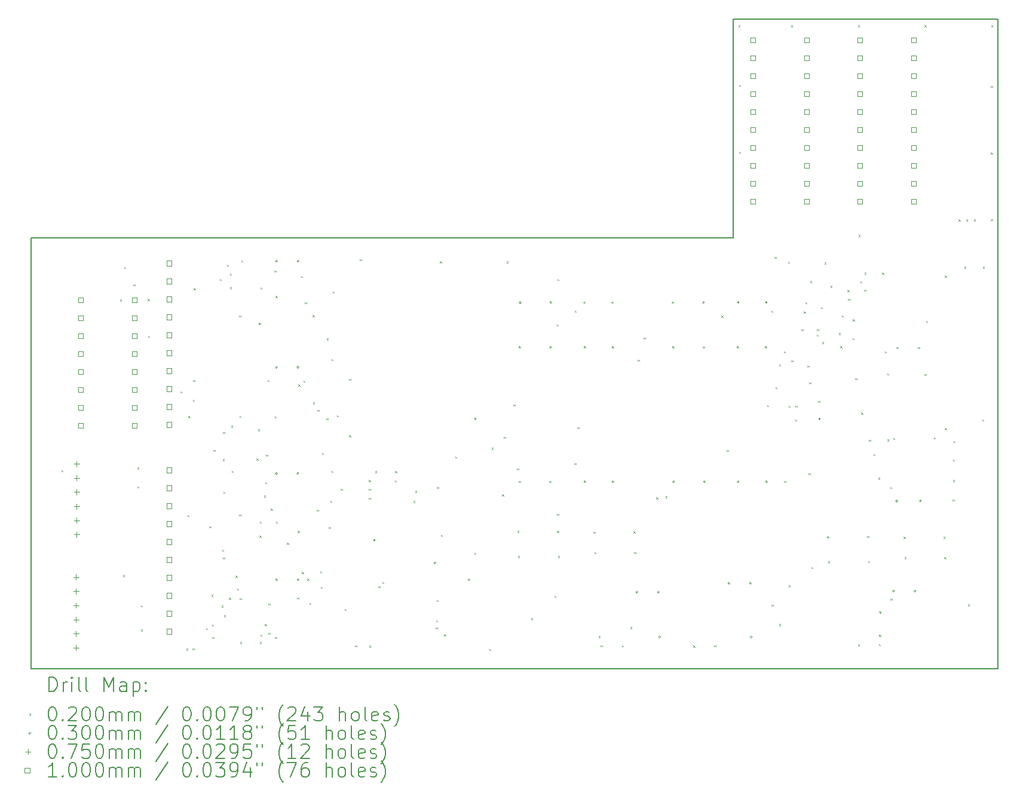
<source format=gbr>
%TF.GenerationSoftware,KiCad,Pcbnew,8.0.9*%
%TF.CreationDate,2025-04-09T11:12:09-04:00*%
%TF.ProjectId,RAMEXPB_V3,52414d45-5850-4425-9f56-332e6b696361,rev?*%
%TF.SameCoordinates,Original*%
%TF.FileFunction,Drillmap*%
%TF.FilePolarity,Positive*%
%FSLAX45Y45*%
G04 Gerber Fmt 4.5, Leading zero omitted, Abs format (unit mm)*
G04 Created by KiCad (PCBNEW 8.0.9) date 2025-04-09 11:12:09*
%MOMM*%
%LPD*%
G01*
G04 APERTURE LIST*
%ADD10C,0.150000*%
%ADD11C,0.200000*%
%ADD12C,0.100000*%
G04 APERTURE END LIST*
D10*
X7556000Y-10446000D02*
X17499000Y-10446000D01*
X21256000Y-7348000D02*
X17499000Y-7348000D01*
X21256000Y-16548000D02*
X21256000Y-7348000D01*
X7556000Y-16548000D02*
X7556000Y-10446000D01*
X21256000Y-16548000D02*
X7556000Y-16548000D01*
X17499000Y-10446000D02*
X17499000Y-7348000D01*
D11*
D12*
X7986000Y-13736000D02*
X8006000Y-13756000D01*
X8006000Y-13736000D02*
X7986000Y-13756000D01*
X8811000Y-11319000D02*
X8831000Y-11339000D01*
X8831000Y-11319000D02*
X8811000Y-11339000D01*
X8856000Y-15220000D02*
X8876000Y-15240000D01*
X8876000Y-15220000D02*
X8856000Y-15240000D01*
X8871000Y-10857000D02*
X8891000Y-10877000D01*
X8891000Y-10857000D02*
X8871000Y-10877000D01*
X9005000Y-11100000D02*
X9025000Y-11120000D01*
X9025000Y-11100000D02*
X9005000Y-11120000D01*
X9060000Y-13696000D02*
X9080000Y-13716000D01*
X9080000Y-13696000D02*
X9060000Y-13716000D01*
X9060000Y-13966000D02*
X9080000Y-13986000D01*
X9080000Y-13966000D02*
X9060000Y-13986000D01*
X9107000Y-15648000D02*
X9127000Y-15668000D01*
X9127000Y-15648000D02*
X9107000Y-15668000D01*
X9107000Y-15993000D02*
X9127000Y-16013000D01*
X9127000Y-15993000D02*
X9107000Y-16013000D01*
X9206000Y-11311000D02*
X9226000Y-11331000D01*
X9226000Y-11311000D02*
X9206000Y-11331000D01*
X9212000Y-11833000D02*
X9232000Y-11853000D01*
X9232000Y-11833000D02*
X9212000Y-11853000D01*
X9671000Y-12616000D02*
X9691000Y-12636000D01*
X9691000Y-12616000D02*
X9671000Y-12636000D01*
X9754500Y-16262500D02*
X9774500Y-16282500D01*
X9774500Y-16262500D02*
X9754500Y-16282500D01*
X9771000Y-14371000D02*
X9791000Y-14391000D01*
X9791000Y-14371000D02*
X9771000Y-14391000D01*
X9784000Y-12969000D02*
X9804000Y-12989000D01*
X9804000Y-12969000D02*
X9784000Y-12989000D01*
X9840500Y-16256500D02*
X9860500Y-16276500D01*
X9860500Y-16256500D02*
X9840500Y-16276500D01*
X9843920Y-12733860D02*
X9863920Y-12753860D01*
X9863920Y-12733860D02*
X9843920Y-12753860D01*
X9849930Y-12454630D02*
X9869930Y-12474630D01*
X9869930Y-12454630D02*
X9849930Y-12474630D01*
X9859000Y-11158000D02*
X9879000Y-11178000D01*
X9879000Y-11158000D02*
X9859000Y-11178000D01*
X10033000Y-15972000D02*
X10053000Y-15992000D01*
X10053000Y-15972000D02*
X10033000Y-15992000D01*
X10079000Y-14531000D02*
X10099000Y-14551000D01*
X10099000Y-14531000D02*
X10079000Y-14551000D01*
X10108000Y-15501000D02*
X10128000Y-15521000D01*
X10128000Y-15501000D02*
X10108000Y-15521000D01*
X10115000Y-15922000D02*
X10135000Y-15942000D01*
X10135000Y-15922000D02*
X10115000Y-15942000D01*
X10122000Y-16096000D02*
X10142000Y-16116000D01*
X10142000Y-16096000D02*
X10122000Y-16116000D01*
X10138000Y-13448000D02*
X10158000Y-13468000D01*
X10158000Y-13448000D02*
X10138000Y-13468000D01*
X10227500Y-11025500D02*
X10247500Y-11045500D01*
X10247500Y-11025500D02*
X10227500Y-11045500D01*
X10252000Y-15654000D02*
X10272000Y-15674000D01*
X10272000Y-15654000D02*
X10252000Y-15674000D01*
X10263000Y-14859000D02*
X10283000Y-14879000D01*
X10283000Y-14859000D02*
X10263000Y-14879000D01*
X10271000Y-13579000D02*
X10291000Y-13599000D01*
X10291000Y-13579000D02*
X10271000Y-13599000D01*
X10274000Y-14974000D02*
X10294000Y-14994000D01*
X10294000Y-14974000D02*
X10274000Y-14994000D01*
X10275000Y-13191000D02*
X10295000Y-13211000D01*
X10295000Y-13191000D02*
X10275000Y-13211000D01*
X10279000Y-14039000D02*
X10299000Y-14059000D01*
X10299000Y-14039000D02*
X10279000Y-14059000D01*
X10287000Y-15788000D02*
X10307000Y-15808000D01*
X10307000Y-15788000D02*
X10287000Y-15808000D01*
X10327000Y-10825000D02*
X10347000Y-10845000D01*
X10347000Y-10825000D02*
X10327000Y-10845000D01*
X10357000Y-15544000D02*
X10377000Y-15564000D01*
X10377000Y-15544000D02*
X10357000Y-15564000D01*
X10371000Y-10949000D02*
X10391000Y-10969000D01*
X10391000Y-10949000D02*
X10371000Y-10969000D01*
X10371000Y-11140000D02*
X10391000Y-11160000D01*
X10391000Y-11140000D02*
X10371000Y-11160000D01*
X10386000Y-13105000D02*
X10406000Y-13125000D01*
X10406000Y-13105000D02*
X10386000Y-13125000D01*
X10396000Y-13746000D02*
X10416000Y-13766000D01*
X10416000Y-13746000D02*
X10396000Y-13766000D01*
X10453000Y-15231000D02*
X10473000Y-15251000D01*
X10473000Y-15231000D02*
X10453000Y-15251000D01*
X10475000Y-15410000D02*
X10495000Y-15430000D01*
X10495000Y-15410000D02*
X10475000Y-15430000D01*
X10503000Y-11541000D02*
X10523000Y-11561000D01*
X10523000Y-11541000D02*
X10503000Y-11561000D01*
X10503000Y-14363000D02*
X10523000Y-14383000D01*
X10523000Y-14363000D02*
X10503000Y-14383000D01*
X10504000Y-12964000D02*
X10524000Y-12984000D01*
X10524000Y-12964000D02*
X10504000Y-12984000D01*
X10512000Y-15545000D02*
X10532000Y-15565000D01*
X10532000Y-15545000D02*
X10512000Y-15565000D01*
X10514000Y-16168000D02*
X10534000Y-16188000D01*
X10534000Y-16168000D02*
X10514000Y-16188000D01*
X10534000Y-10763000D02*
X10554000Y-10783000D01*
X10554000Y-10763000D02*
X10534000Y-10783000D01*
X10748000Y-13570000D02*
X10768000Y-13590000D01*
X10768000Y-13570000D02*
X10748000Y-13590000D01*
X10768000Y-13155000D02*
X10788000Y-13175000D01*
X10788000Y-13155000D02*
X10768000Y-13175000D01*
X10789330Y-14662330D02*
X10809330Y-14682330D01*
X10809330Y-14662330D02*
X10789330Y-14682330D01*
X10792000Y-14461000D02*
X10812000Y-14481000D01*
X10812000Y-14461000D02*
X10792000Y-14481000D01*
X10797000Y-16168000D02*
X10817000Y-16188000D01*
X10817000Y-16168000D02*
X10797000Y-16188000D01*
X10801412Y-16061588D02*
X10821412Y-16081588D01*
X10821412Y-16061588D02*
X10801412Y-16081588D01*
X10802000Y-11143000D02*
X10822000Y-11163000D01*
X10822000Y-11143000D02*
X10802000Y-11163000D01*
X10852000Y-14096000D02*
X10872000Y-14116000D01*
X10872000Y-14096000D02*
X10852000Y-14116000D01*
X10866000Y-15915000D02*
X10886000Y-15935000D01*
X10886000Y-15915000D02*
X10866000Y-15935000D01*
X10870000Y-13905000D02*
X10890000Y-13925000D01*
X10890000Y-13905000D02*
X10870000Y-13925000D01*
X10882000Y-13513000D02*
X10902000Y-13533000D01*
X10902000Y-13513000D02*
X10882000Y-13533000D01*
X10907000Y-12457000D02*
X10927000Y-12477000D01*
X10927000Y-12457000D02*
X10907000Y-12477000D01*
X10917000Y-16040000D02*
X10937000Y-16060000D01*
X10937000Y-16040000D02*
X10917000Y-16060000D01*
X10918500Y-15624500D02*
X10938500Y-15644500D01*
X10938500Y-15624500D02*
X10918500Y-15644500D01*
X10952000Y-14281000D02*
X10972000Y-14301000D01*
X10972000Y-14281000D02*
X10952000Y-14301000D01*
X11002000Y-10907000D02*
X11022000Y-10927000D01*
X11022000Y-10907000D02*
X11002000Y-10927000D01*
X11007000Y-12971000D02*
X11027000Y-12991000D01*
X11027000Y-12971000D02*
X11007000Y-12991000D01*
X11011000Y-16100000D02*
X11031000Y-16120000D01*
X11031000Y-16100000D02*
X11011000Y-16120000D01*
X11018000Y-11268000D02*
X11038000Y-11288000D01*
X11038000Y-11268000D02*
X11018000Y-11288000D01*
X11023000Y-14464000D02*
X11043000Y-14484000D01*
X11043000Y-14464000D02*
X11023000Y-14484000D01*
X11179500Y-14765500D02*
X11199500Y-14785500D01*
X11199500Y-14765500D02*
X11179500Y-14785500D01*
X11323000Y-15537000D02*
X11343000Y-15557000D01*
X11343000Y-15537000D02*
X11323000Y-15557000D01*
X11332000Y-14594000D02*
X11352000Y-14614000D01*
X11352000Y-14594000D02*
X11332000Y-14614000D01*
X11339300Y-12521700D02*
X11359300Y-12541700D01*
X11359300Y-12521700D02*
X11339300Y-12541700D01*
X11376000Y-10986000D02*
X11396000Y-11006000D01*
X11396000Y-10986000D02*
X11376000Y-11006000D01*
X11390000Y-15180000D02*
X11410000Y-15200000D01*
X11410000Y-15180000D02*
X11390000Y-15200000D01*
X11411000Y-12467000D02*
X11431000Y-12487000D01*
X11431000Y-12467000D02*
X11411000Y-12487000D01*
X11434000Y-11355000D02*
X11454000Y-11375000D01*
X11454000Y-11355000D02*
X11434000Y-11375000D01*
X11467500Y-15272500D02*
X11487500Y-15292500D01*
X11487500Y-15272500D02*
X11467500Y-15292500D01*
X11497000Y-15614000D02*
X11517000Y-15634000D01*
X11517000Y-15614000D02*
X11497000Y-15634000D01*
X11544000Y-11539000D02*
X11564000Y-11559000D01*
X11564000Y-11539000D02*
X11544000Y-11559000D01*
X11548000Y-12775000D02*
X11568000Y-12795000D01*
X11568000Y-12775000D02*
X11548000Y-12795000D01*
X11602000Y-14293000D02*
X11622000Y-14313000D01*
X11622000Y-14293000D02*
X11602000Y-14313000D01*
X11611000Y-12878000D02*
X11631000Y-12898000D01*
X11631000Y-12878000D02*
X11611000Y-12898000D01*
X11647500Y-15166500D02*
X11667500Y-15186500D01*
X11667500Y-15166500D02*
X11647500Y-15186500D01*
X11660000Y-15386000D02*
X11680000Y-15406000D01*
X11680000Y-15386000D02*
X11660000Y-15406000D01*
X11676000Y-13491000D02*
X11696000Y-13511000D01*
X11696000Y-13491000D02*
X11676000Y-13511000D01*
X11738000Y-12997000D02*
X11758000Y-13017000D01*
X11758000Y-12997000D02*
X11738000Y-13017000D01*
X11745000Y-11869000D02*
X11765000Y-11889000D01*
X11765000Y-11869000D02*
X11745000Y-11889000D01*
X11772500Y-14537500D02*
X11792500Y-14557500D01*
X11792500Y-14537500D02*
X11772500Y-14557500D01*
X11796000Y-14167000D02*
X11816000Y-14187000D01*
X11816000Y-14167000D02*
X11796000Y-14187000D01*
X11813000Y-12163000D02*
X11833000Y-12183000D01*
X11833000Y-12163000D02*
X11813000Y-12183000D01*
X11813000Y-13743000D02*
X11833000Y-13763000D01*
X11833000Y-13743000D02*
X11813000Y-13763000D01*
X11828000Y-11205000D02*
X11848000Y-11225000D01*
X11848000Y-11205000D02*
X11828000Y-11225000D01*
X11886000Y-12958000D02*
X11906000Y-12978000D01*
X11906000Y-12958000D02*
X11886000Y-12978000D01*
X11943000Y-13996000D02*
X11963000Y-14016000D01*
X11963000Y-13996000D02*
X11943000Y-14016000D01*
X11997000Y-15702000D02*
X12017000Y-15722000D01*
X12017000Y-15702000D02*
X11997000Y-15722000D01*
X12061000Y-12440000D02*
X12081000Y-12460000D01*
X12081000Y-12440000D02*
X12061000Y-12460000D01*
X12061000Y-13239000D02*
X12081000Y-13259000D01*
X12081000Y-13239000D02*
X12061000Y-13259000D01*
X12146000Y-16218000D02*
X12166000Y-16238000D01*
X12166000Y-16218000D02*
X12146000Y-16238000D01*
X12213000Y-10747000D02*
X12233000Y-10767000D01*
X12233000Y-10747000D02*
X12213000Y-10767000D01*
X12339000Y-14125000D02*
X12359000Y-14145000D01*
X12359000Y-14125000D02*
X12339000Y-14145000D01*
X12340000Y-13874000D02*
X12360000Y-13894000D01*
X12360000Y-13874000D02*
X12340000Y-13894000D01*
X12340000Y-13998000D02*
X12360000Y-14018000D01*
X12360000Y-13998000D02*
X12340000Y-14018000D01*
X12345000Y-16221000D02*
X12365000Y-16241000D01*
X12365000Y-16221000D02*
X12345000Y-16241000D01*
X12426000Y-13747000D02*
X12446000Y-13767000D01*
X12446000Y-13747000D02*
X12426000Y-13767000D01*
X12474000Y-15376000D02*
X12494000Y-15396000D01*
X12494000Y-15376000D02*
X12474000Y-15396000D01*
X12529000Y-15318000D02*
X12549000Y-15338000D01*
X12549000Y-15318000D02*
X12529000Y-15338000D01*
X12709000Y-13878000D02*
X12729000Y-13898000D01*
X12729000Y-13878000D02*
X12709000Y-13898000D01*
X12712000Y-13747000D02*
X12732000Y-13767000D01*
X12732000Y-13747000D02*
X12712000Y-13767000D01*
X12971000Y-14170000D02*
X12991000Y-14190000D01*
X12991000Y-14170000D02*
X12971000Y-14190000D01*
X12996000Y-14026000D02*
X13016000Y-14046000D01*
X13016000Y-14026000D02*
X12996000Y-14046000D01*
X13287000Y-15963000D02*
X13307000Y-15983000D01*
X13307000Y-15963000D02*
X13287000Y-15983000D01*
X13293000Y-15863000D02*
X13313000Y-15883000D01*
X13313000Y-15863000D02*
X13293000Y-15883000D01*
X13299000Y-15575000D02*
X13319000Y-15595000D01*
X13319000Y-15575000D02*
X13299000Y-15595000D01*
X13306000Y-13975000D02*
X13326000Y-13995000D01*
X13326000Y-13975000D02*
X13306000Y-13995000D01*
X13347000Y-10777000D02*
X13367000Y-10797000D01*
X13367000Y-10777000D02*
X13347000Y-10797000D01*
X13360000Y-14652000D02*
X13380000Y-14672000D01*
X13380000Y-14652000D02*
X13360000Y-14672000D01*
X13407000Y-16060000D02*
X13427000Y-16080000D01*
X13427000Y-16060000D02*
X13407000Y-16080000D01*
X13563000Y-13542000D02*
X13583000Y-13562000D01*
X13583000Y-13542000D02*
X13563000Y-13562000D01*
X13744000Y-15272000D02*
X13764000Y-15292000D01*
X13764000Y-15272000D02*
X13744000Y-15292000D01*
X13836000Y-14904000D02*
X13856000Y-14924000D01*
X13856000Y-14904000D02*
X13836000Y-14924000D01*
X14048000Y-16265000D02*
X14068000Y-16285000D01*
X14068000Y-16265000D02*
X14048000Y-16285000D01*
X14081000Y-13417000D02*
X14101000Y-13437000D01*
X14101000Y-13417000D02*
X14081000Y-13437000D01*
X14227000Y-14078000D02*
X14247000Y-14098000D01*
X14247000Y-14078000D02*
X14227000Y-14098000D01*
X14254000Y-13263000D02*
X14274000Y-13283000D01*
X14274000Y-13263000D02*
X14254000Y-13283000D01*
X14291000Y-10777000D02*
X14311000Y-10797000D01*
X14311000Y-10777000D02*
X14291000Y-10797000D01*
X14387000Y-12804000D02*
X14407000Y-12824000D01*
X14407000Y-12804000D02*
X14387000Y-12824000D01*
X14439000Y-13708000D02*
X14459000Y-13728000D01*
X14459000Y-13708000D02*
X14439000Y-13728000D01*
X14442000Y-14596000D02*
X14462000Y-14616000D01*
X14462000Y-14596000D02*
X14442000Y-14616000D01*
X14453000Y-14951000D02*
X14473000Y-14971000D01*
X14473000Y-14951000D02*
X14453000Y-14971000D01*
X14640500Y-15831500D02*
X14660500Y-15851500D01*
X14660500Y-15831500D02*
X14640500Y-15851500D01*
X14971000Y-15511000D02*
X14991000Y-15531000D01*
X14991000Y-15511000D02*
X14971000Y-15531000D01*
X15000000Y-11667000D02*
X15020000Y-11687000D01*
X15020000Y-11667000D02*
X15000000Y-11687000D01*
X15007000Y-14353300D02*
X15027000Y-14373300D01*
X15027000Y-14353300D02*
X15007000Y-14373300D01*
X15007000Y-14595000D02*
X15027000Y-14615000D01*
X15027000Y-14595000D02*
X15007000Y-14615000D01*
X15008500Y-11026500D02*
X15028500Y-11046500D01*
X15028500Y-11026500D02*
X15008500Y-11046500D01*
X15018000Y-14950000D02*
X15038000Y-14970000D01*
X15038000Y-14950000D02*
X15018000Y-14970000D01*
X15253000Y-13636000D02*
X15273000Y-13656000D01*
X15273000Y-13636000D02*
X15253000Y-13656000D01*
X15254000Y-11474000D02*
X15274000Y-11494000D01*
X15274000Y-11474000D02*
X15254000Y-11494000D01*
X15294000Y-13128000D02*
X15314000Y-13148000D01*
X15314000Y-13128000D02*
X15294000Y-13148000D01*
X15524000Y-14605000D02*
X15544000Y-14625000D01*
X15544000Y-14605000D02*
X15524000Y-14625000D01*
X15535000Y-14894000D02*
X15555000Y-14914000D01*
X15555000Y-14894000D02*
X15535000Y-14914000D01*
X15597000Y-16086000D02*
X15617000Y-16106000D01*
X15617000Y-16086000D02*
X15597000Y-16106000D01*
X15626000Y-16216000D02*
X15646000Y-16236000D01*
X15646000Y-16216000D02*
X15626000Y-16236000D01*
X15923000Y-16215000D02*
X15943000Y-16235000D01*
X15943000Y-16215000D02*
X15923000Y-16235000D01*
X16045000Y-15957000D02*
X16065000Y-15977000D01*
X16065000Y-15957000D02*
X16045000Y-15977000D01*
X16089000Y-14604000D02*
X16109000Y-14624000D01*
X16109000Y-14604000D02*
X16089000Y-14624000D01*
X16100000Y-14893000D02*
X16120000Y-14913000D01*
X16120000Y-14893000D02*
X16100000Y-14913000D01*
X16150500Y-12168500D02*
X16170500Y-12188500D01*
X16170500Y-12168500D02*
X16150500Y-12188500D01*
X16233000Y-11856000D02*
X16253000Y-11876000D01*
X16253000Y-11856000D02*
X16233000Y-11876000D01*
X16411000Y-14120000D02*
X16431000Y-14140000D01*
X16431000Y-14120000D02*
X16411000Y-14140000D01*
X16542000Y-14104000D02*
X16562000Y-14124000D01*
X16562000Y-14104000D02*
X16542000Y-14124000D01*
X16936000Y-16219000D02*
X16956000Y-16239000D01*
X16956000Y-16219000D02*
X16936000Y-16239000D01*
X17233000Y-16218000D02*
X17253000Y-16238000D01*
X17253000Y-16218000D02*
X17233000Y-16238000D01*
X17335000Y-11546000D02*
X17355000Y-11566000D01*
X17355000Y-11546000D02*
X17335000Y-11566000D01*
X17411000Y-13445000D02*
X17431000Y-13465000D01*
X17431000Y-13445000D02*
X17411000Y-13465000D01*
X17574000Y-7432000D02*
X17594000Y-7452000D01*
X17594000Y-7432000D02*
X17574000Y-7452000D01*
X17586000Y-8275000D02*
X17606000Y-8295000D01*
X17606000Y-8275000D02*
X17586000Y-8295000D01*
X17586000Y-9220500D02*
X17606000Y-9240500D01*
X17606000Y-9220500D02*
X17586000Y-9240500D01*
X17985000Y-12810000D02*
X18005000Y-12830000D01*
X18005000Y-12810000D02*
X17985000Y-12830000D01*
X18044000Y-11477000D02*
X18064000Y-11497000D01*
X18064000Y-11477000D02*
X18044000Y-11497000D01*
X18047000Y-15640000D02*
X18067000Y-15660000D01*
X18067000Y-15640000D02*
X18047000Y-15660000D01*
X18087000Y-10713000D02*
X18107000Y-10733000D01*
X18107000Y-10713000D02*
X18087000Y-10733000D01*
X18099000Y-12559000D02*
X18119000Y-12579000D01*
X18119000Y-12559000D02*
X18099000Y-12579000D01*
X18151000Y-12239000D02*
X18171000Y-12259000D01*
X18171000Y-12239000D02*
X18151000Y-12259000D01*
X18154000Y-15914000D02*
X18174000Y-15934000D01*
X18174000Y-15914000D02*
X18154000Y-15934000D01*
X18222000Y-12049000D02*
X18242000Y-12069000D01*
X18242000Y-12049000D02*
X18222000Y-12069000D01*
X18223000Y-13886000D02*
X18243000Y-13906000D01*
X18243000Y-13886000D02*
X18223000Y-13906000D01*
X18277000Y-10780000D02*
X18297000Y-10800000D01*
X18297000Y-10780000D02*
X18277000Y-10800000D01*
X18285500Y-15364500D02*
X18305500Y-15384500D01*
X18305500Y-15364500D02*
X18285500Y-15384500D01*
X18289000Y-12821000D02*
X18309000Y-12841000D01*
X18309000Y-12821000D02*
X18289000Y-12841000D01*
X18321500Y-7432000D02*
X18341500Y-7452000D01*
X18341500Y-7432000D02*
X18321500Y-7452000D01*
X18327000Y-12177000D02*
X18347000Y-12197000D01*
X18347000Y-12177000D02*
X18327000Y-12197000D01*
X18378000Y-13014000D02*
X18398000Y-13034000D01*
X18398000Y-13014000D02*
X18378000Y-13034000D01*
X18386000Y-12821000D02*
X18406000Y-12841000D01*
X18406000Y-12821000D02*
X18386000Y-12841000D01*
X18468000Y-11734500D02*
X18488000Y-11754500D01*
X18488000Y-11734500D02*
X18468000Y-11754500D01*
X18502000Y-11486000D02*
X18522000Y-11506000D01*
X18522000Y-11486000D02*
X18502000Y-11506000D01*
X18522500Y-11357500D02*
X18542500Y-11377500D01*
X18542500Y-11357500D02*
X18522500Y-11377500D01*
X18554500Y-12252500D02*
X18574500Y-12272500D01*
X18574500Y-12252500D02*
X18554500Y-12272500D01*
X18571000Y-13779000D02*
X18591000Y-13799000D01*
X18591000Y-13779000D02*
X18571000Y-13799000D01*
X18579000Y-12492000D02*
X18599000Y-12512000D01*
X18599000Y-12492000D02*
X18579000Y-12512000D01*
X18594000Y-11056000D02*
X18614000Y-11076000D01*
X18614000Y-11056000D02*
X18594000Y-11076000D01*
X18607000Y-15105000D02*
X18627000Y-15125000D01*
X18627000Y-15105000D02*
X18607000Y-15125000D01*
X18685000Y-11811000D02*
X18705000Y-11831000D01*
X18705000Y-11811000D02*
X18685000Y-11831000D01*
X18691000Y-11735000D02*
X18711000Y-11755000D01*
X18711000Y-11735000D02*
X18691000Y-11755000D01*
X18707000Y-12753000D02*
X18727000Y-12773000D01*
X18727000Y-12753000D02*
X18707000Y-12773000D01*
X18743000Y-11425000D02*
X18763000Y-11445000D01*
X18763000Y-11425000D02*
X18743000Y-11445000D01*
X18759000Y-11920000D02*
X18779000Y-11940000D01*
X18779000Y-11920000D02*
X18759000Y-11940000D01*
X18795000Y-10792850D02*
X18815000Y-10812850D01*
X18815000Y-10792850D02*
X18795000Y-10812850D01*
X18835000Y-14670000D02*
X18855000Y-14690000D01*
X18855000Y-14670000D02*
X18835000Y-14690000D01*
X18846000Y-15025000D02*
X18866000Y-15045000D01*
X18866000Y-15025000D02*
X18846000Y-15045000D01*
X18882000Y-11124000D02*
X18902000Y-11144000D01*
X18902000Y-11124000D02*
X18882000Y-11144000D01*
X18999000Y-11793000D02*
X19019000Y-11813000D01*
X19019000Y-11793000D02*
X18999000Y-11813000D01*
X19019000Y-11980000D02*
X19039000Y-12000000D01*
X19039000Y-11980000D02*
X19019000Y-12000000D01*
X19042000Y-11545000D02*
X19062000Y-11565000D01*
X19062000Y-11545000D02*
X19042000Y-11565000D01*
X19122000Y-11182000D02*
X19142000Y-11202000D01*
X19142000Y-11182000D02*
X19122000Y-11202000D01*
X19131000Y-11304000D02*
X19151000Y-11324000D01*
X19151000Y-11304000D02*
X19131000Y-11324000D01*
X19194000Y-11862000D02*
X19214000Y-11882000D01*
X19214000Y-11862000D02*
X19194000Y-11882000D01*
X19197000Y-11599000D02*
X19217000Y-11619000D01*
X19217000Y-11599000D02*
X19197000Y-11619000D01*
X19232000Y-12430000D02*
X19252000Y-12450000D01*
X19252000Y-12430000D02*
X19232000Y-12450000D01*
X19267000Y-7432000D02*
X19287000Y-7452000D01*
X19287000Y-7432000D02*
X19267000Y-7452000D01*
X19271000Y-16202000D02*
X19291000Y-16222000D01*
X19291000Y-16202000D02*
X19271000Y-16222000D01*
X19277000Y-10403000D02*
X19297000Y-10423000D01*
X19297000Y-10403000D02*
X19277000Y-10423000D01*
X19303000Y-11059000D02*
X19323000Y-11079000D01*
X19323000Y-11059000D02*
X19303000Y-11079000D01*
X19315000Y-12918000D02*
X19335000Y-12938000D01*
X19335000Y-12918000D02*
X19315000Y-12938000D01*
X19359000Y-11180000D02*
X19379000Y-11200000D01*
X19379000Y-11180000D02*
X19359000Y-11200000D01*
X19361000Y-10938000D02*
X19381000Y-10958000D01*
X19381000Y-10938000D02*
X19361000Y-10958000D01*
X19400000Y-14669000D02*
X19420000Y-14689000D01*
X19420000Y-14669000D02*
X19400000Y-14689000D01*
X19411000Y-15024000D02*
X19431000Y-15044000D01*
X19431000Y-15024000D02*
X19411000Y-15044000D01*
X19426500Y-13304500D02*
X19446500Y-13324500D01*
X19446500Y-13304500D02*
X19426500Y-13324500D01*
X19487000Y-13505000D02*
X19507000Y-13525000D01*
X19507000Y-13505000D02*
X19487000Y-13525000D01*
X19558000Y-13842000D02*
X19578000Y-13862000D01*
X19578000Y-13842000D02*
X19558000Y-13862000D01*
X19568000Y-16201000D02*
X19588000Y-16221000D01*
X19588000Y-16201000D02*
X19568000Y-16221000D01*
X19612429Y-10937857D02*
X19632429Y-10957857D01*
X19632429Y-10937857D02*
X19612429Y-10957857D01*
X19650000Y-12053000D02*
X19670000Y-12073000D01*
X19670000Y-12053000D02*
X19650000Y-12073000D01*
X19685000Y-12366000D02*
X19705000Y-12386000D01*
X19705000Y-12366000D02*
X19685000Y-12386000D01*
X19687000Y-13300000D02*
X19707000Y-13320000D01*
X19707000Y-13300000D02*
X19687000Y-13320000D01*
X19725000Y-13970000D02*
X19745000Y-13990000D01*
X19745000Y-13970000D02*
X19725000Y-13990000D01*
X19732000Y-15557000D02*
X19752000Y-15577000D01*
X19752000Y-15557000D02*
X19732000Y-15577000D01*
X19771000Y-13278000D02*
X19791000Y-13298000D01*
X19791000Y-13278000D02*
X19771000Y-13298000D01*
X19917000Y-14679000D02*
X19937000Y-14699000D01*
X19937000Y-14679000D02*
X19917000Y-14699000D01*
X19928000Y-14968000D02*
X19948000Y-14988000D01*
X19948000Y-14968000D02*
X19928000Y-14988000D01*
X20212500Y-7432000D02*
X20232500Y-7452000D01*
X20232500Y-7432000D02*
X20212500Y-7452000D01*
X20214000Y-12373000D02*
X20234000Y-12393000D01*
X20234000Y-12373000D02*
X20214000Y-12393000D01*
X20235000Y-11620000D02*
X20255000Y-11640000D01*
X20255000Y-11620000D02*
X20235000Y-11640000D01*
X20346000Y-13271000D02*
X20366000Y-13291000D01*
X20366000Y-13271000D02*
X20346000Y-13291000D01*
X20482000Y-14678000D02*
X20502000Y-14698000D01*
X20502000Y-14678000D02*
X20482000Y-14698000D01*
X20493000Y-14967000D02*
X20513000Y-14987000D01*
X20513000Y-14967000D02*
X20493000Y-14987000D01*
X20501000Y-10980000D02*
X20521000Y-11000000D01*
X20521000Y-10980000D02*
X20501000Y-11000000D01*
X20501000Y-13137000D02*
X20521000Y-13157000D01*
X20521000Y-13137000D02*
X20501000Y-13157000D01*
X20610500Y-14151500D02*
X20630500Y-14171500D01*
X20630500Y-14151500D02*
X20610500Y-14171500D01*
X20614000Y-13874000D02*
X20634000Y-13894000D01*
X20634000Y-13874000D02*
X20614000Y-13894000D01*
X20615000Y-13585000D02*
X20635000Y-13605000D01*
X20635000Y-13585000D02*
X20615000Y-13605000D01*
X20622000Y-13321000D02*
X20642000Y-13341000D01*
X20642000Y-13321000D02*
X20622000Y-13341000D01*
X20694870Y-10185000D02*
X20714870Y-10205000D01*
X20714870Y-10185000D02*
X20694870Y-10205000D01*
X20778500Y-10852500D02*
X20798500Y-10872500D01*
X20798500Y-10852500D02*
X20778500Y-10872500D01*
X20804435Y-10185000D02*
X20824435Y-10205000D01*
X20824435Y-10185000D02*
X20804435Y-10205000D01*
X20826000Y-15635000D02*
X20846000Y-15655000D01*
X20846000Y-15635000D02*
X20826000Y-15655000D01*
X20914000Y-10185000D02*
X20934000Y-10205000D01*
X20934000Y-10185000D02*
X20914000Y-10205000D01*
X21030000Y-13017000D02*
X21050000Y-13037000D01*
X21050000Y-13017000D02*
X21030000Y-13037000D01*
X21037000Y-10852500D02*
X21057000Y-10872500D01*
X21057000Y-10852500D02*
X21037000Y-10872500D01*
X21153000Y-8290000D02*
X21173000Y-8310000D01*
X21173000Y-8290000D02*
X21153000Y-8310000D01*
X21153000Y-9235500D02*
X21173000Y-9255500D01*
X21173000Y-9235500D02*
X21153000Y-9255500D01*
X21153000Y-10181000D02*
X21173000Y-10201000D01*
X21173000Y-10181000D02*
X21153000Y-10201000D01*
X21158000Y-7433000D02*
X21178000Y-7453000D01*
X21178000Y-7433000D02*
X21158000Y-7453000D01*
X10808000Y-11661000D02*
G75*
G02*
X10778000Y-11661000I-15000J0D01*
G01*
X10778000Y-11661000D02*
G75*
G02*
X10808000Y-11661000I15000J0D01*
G01*
X11042000Y-13783000D02*
G75*
G02*
X11012000Y-13783000I-15000J0D01*
G01*
X11012000Y-13783000D02*
G75*
G02*
X11042000Y-13783000I15000J0D01*
G01*
X11046000Y-12277000D02*
G75*
G02*
X11016000Y-12277000I-15000J0D01*
G01*
X11016000Y-12277000D02*
G75*
G02*
X11046000Y-12277000I15000J0D01*
G01*
X11046000Y-15289000D02*
G75*
G02*
X11016000Y-15289000I-15000J0D01*
G01*
X11016000Y-15289000D02*
G75*
G02*
X11046000Y-15289000I15000J0D01*
G01*
X11046800Y-10772000D02*
G75*
G02*
X11016800Y-10772000I-15000J0D01*
G01*
X11016800Y-10772000D02*
G75*
G02*
X11046800Y-10772000I15000J0D01*
G01*
X11346000Y-13783000D02*
G75*
G02*
X11316000Y-13783000I-15000J0D01*
G01*
X11316000Y-13783000D02*
G75*
G02*
X11346000Y-13783000I15000J0D01*
G01*
X11350000Y-12277000D02*
G75*
G02*
X11320000Y-12277000I-15000J0D01*
G01*
X11320000Y-12277000D02*
G75*
G02*
X11350000Y-12277000I15000J0D01*
G01*
X11350000Y-15289000D02*
G75*
G02*
X11320000Y-15289000I-15000J0D01*
G01*
X11320000Y-15289000D02*
G75*
G02*
X11350000Y-15289000I15000J0D01*
G01*
X11350800Y-10772000D02*
G75*
G02*
X11320800Y-10772000I-15000J0D01*
G01*
X11320800Y-10772000D02*
G75*
G02*
X11350800Y-10772000I15000J0D01*
G01*
X12430500Y-14727500D02*
G75*
G02*
X12400500Y-14727500I-15000J0D01*
G01*
X12400500Y-14727500D02*
G75*
G02*
X12430500Y-14727500I15000J0D01*
G01*
X13290000Y-15046500D02*
G75*
G02*
X13260000Y-15046500I-15000J0D01*
G01*
X13260000Y-15046500D02*
G75*
G02*
X13290000Y-15046500I15000J0D01*
G01*
X13860500Y-13005500D02*
G75*
G02*
X13830500Y-13005500I-15000J0D01*
G01*
X13830500Y-13005500D02*
G75*
G02*
X13860500Y-13005500I15000J0D01*
G01*
X14493100Y-11995000D02*
G75*
G02*
X14463100Y-11995000I-15000J0D01*
G01*
X14463100Y-11995000D02*
G75*
G02*
X14493100Y-11995000I15000J0D01*
G01*
X14493100Y-13901000D02*
G75*
G02*
X14463100Y-13901000I-15000J0D01*
G01*
X14463100Y-13901000D02*
G75*
G02*
X14493100Y-13901000I15000J0D01*
G01*
X14498000Y-11360000D02*
G75*
G02*
X14468000Y-11360000I-15000J0D01*
G01*
X14468000Y-11360000D02*
G75*
G02*
X14498000Y-11360000I15000J0D01*
G01*
X14926600Y-11995000D02*
G75*
G02*
X14896600Y-11995000I-15000J0D01*
G01*
X14896600Y-11995000D02*
G75*
G02*
X14926600Y-11995000I15000J0D01*
G01*
X14926600Y-13901000D02*
G75*
G02*
X14896600Y-13901000I-15000J0D01*
G01*
X14896600Y-13901000D02*
G75*
G02*
X14926600Y-13901000I15000J0D01*
G01*
X14931600Y-11359990D02*
G75*
G02*
X14901600Y-11359990I-15000J0D01*
G01*
X14901600Y-11359990D02*
G75*
G02*
X14931600Y-11359990I15000J0D01*
G01*
X15408000Y-11361000D02*
G75*
G02*
X15378000Y-11361000I-15000J0D01*
G01*
X15378000Y-11361000D02*
G75*
G02*
X15408000Y-11361000I15000J0D01*
G01*
X15414000Y-11995000D02*
G75*
G02*
X15384000Y-11995000I-15000J0D01*
G01*
X15384000Y-11995000D02*
G75*
G02*
X15414000Y-11995000I15000J0D01*
G01*
X15415000Y-13900000D02*
G75*
G02*
X15385000Y-13900000I-15000J0D01*
G01*
X15385000Y-13900000D02*
G75*
G02*
X15415000Y-13900000I15000J0D01*
G01*
X15807000Y-11361000D02*
G75*
G02*
X15777000Y-11361000I-15000J0D01*
G01*
X15777000Y-11361000D02*
G75*
G02*
X15807000Y-11361000I15000J0D01*
G01*
X15813000Y-11995000D02*
G75*
G02*
X15783000Y-11995000I-15000J0D01*
G01*
X15783000Y-11995000D02*
G75*
G02*
X15813000Y-11995000I15000J0D01*
G01*
X15814000Y-13900000D02*
G75*
G02*
X15784000Y-13900000I-15000J0D01*
G01*
X15784000Y-13900000D02*
G75*
G02*
X15814000Y-13900000I15000J0D01*
G01*
X16152500Y-15462500D02*
G75*
G02*
X16122500Y-15462500I-15000J0D01*
G01*
X16122500Y-15462500D02*
G75*
G02*
X16152500Y-15462500I15000J0D01*
G01*
X16456500Y-15462500D02*
G75*
G02*
X16426500Y-15462500I-15000J0D01*
G01*
X16426500Y-15462500D02*
G75*
G02*
X16456500Y-15462500I15000J0D01*
G01*
X16475500Y-16097500D02*
G75*
G02*
X16445500Y-16097500I-15000J0D01*
G01*
X16445500Y-16097500D02*
G75*
G02*
X16475500Y-16097500I15000J0D01*
G01*
X16662100Y-11361000D02*
G75*
G02*
X16632100Y-11361000I-15000J0D01*
G01*
X16632100Y-11361000D02*
G75*
G02*
X16662100Y-11361000I15000J0D01*
G01*
X16668100Y-11996000D02*
G75*
G02*
X16638100Y-11996000I-15000J0D01*
G01*
X16638100Y-11996000D02*
G75*
G02*
X16668100Y-11996000I15000J0D01*
G01*
X16673100Y-13900000D02*
G75*
G02*
X16643100Y-13900000I-15000J0D01*
G01*
X16643100Y-13900000D02*
G75*
G02*
X16673100Y-13900000I15000J0D01*
G01*
X17095600Y-11360990D02*
G75*
G02*
X17065600Y-11360990I-15000J0D01*
G01*
X17065600Y-11360990D02*
G75*
G02*
X17095600Y-11360990I15000J0D01*
G01*
X17101600Y-11996000D02*
G75*
G02*
X17071600Y-11996000I-15000J0D01*
G01*
X17071600Y-11996000D02*
G75*
G02*
X17101600Y-11996000I15000J0D01*
G01*
X17106600Y-13900000D02*
G75*
G02*
X17076600Y-13900000I-15000J0D01*
G01*
X17076600Y-13900000D02*
G75*
G02*
X17106600Y-13900000I15000J0D01*
G01*
X17455000Y-15338000D02*
G75*
G02*
X17425000Y-15338000I-15000J0D01*
G01*
X17425000Y-15338000D02*
G75*
G02*
X17455000Y-15338000I15000J0D01*
G01*
X17582000Y-11994000D02*
G75*
G02*
X17552000Y-11994000I-15000J0D01*
G01*
X17552000Y-11994000D02*
G75*
G02*
X17582000Y-11994000I15000J0D01*
G01*
X17588000Y-11359000D02*
G75*
G02*
X17558000Y-11359000I-15000J0D01*
G01*
X17558000Y-11359000D02*
G75*
G02*
X17588000Y-11359000I15000J0D01*
G01*
X17588000Y-13900000D02*
G75*
G02*
X17558000Y-13900000I-15000J0D01*
G01*
X17558000Y-13900000D02*
G75*
G02*
X17588000Y-13900000I15000J0D01*
G01*
X17759000Y-15338000D02*
G75*
G02*
X17729000Y-15338000I-15000J0D01*
G01*
X17729000Y-15338000D02*
G75*
G02*
X17759000Y-15338000I15000J0D01*
G01*
X17770000Y-16100500D02*
G75*
G02*
X17740000Y-16100500I-15000J0D01*
G01*
X17740000Y-16100500D02*
G75*
G02*
X17770000Y-16100500I15000J0D01*
G01*
X17981000Y-11994000D02*
G75*
G02*
X17951000Y-11994000I-15000J0D01*
G01*
X17951000Y-11994000D02*
G75*
G02*
X17981000Y-11994000I15000J0D01*
G01*
X17987000Y-11359000D02*
G75*
G02*
X17957000Y-11359000I-15000J0D01*
G01*
X17957000Y-11359000D02*
G75*
G02*
X17987000Y-11359000I15000J0D01*
G01*
X17987000Y-13900000D02*
G75*
G02*
X17957000Y-13900000I-15000J0D01*
G01*
X17957000Y-13900000D02*
G75*
G02*
X17987000Y-13900000I15000J0D01*
G01*
X18739000Y-13008000D02*
G75*
G02*
X18709000Y-13008000I-15000J0D01*
G01*
X18709000Y-13008000D02*
G75*
G02*
X18739000Y-13008000I15000J0D01*
G01*
X19597500Y-16083500D02*
G75*
G02*
X19567500Y-16083500I-15000J0D01*
G01*
X19567500Y-16083500D02*
G75*
G02*
X19597500Y-16083500I15000J0D01*
G01*
X19601000Y-15750000D02*
G75*
G02*
X19571000Y-15750000I-15000J0D01*
G01*
X19571000Y-15750000D02*
G75*
G02*
X19601000Y-15750000I15000J0D01*
G01*
X19789000Y-15449000D02*
G75*
G02*
X19759000Y-15449000I-15000J0D01*
G01*
X19759000Y-15449000D02*
G75*
G02*
X19789000Y-15449000I15000J0D01*
G01*
X19831800Y-14171000D02*
G75*
G02*
X19801800Y-14171000I-15000J0D01*
G01*
X19801800Y-14171000D02*
G75*
G02*
X19831800Y-14171000I15000J0D01*
G01*
X19844800Y-12005000D02*
G75*
G02*
X19814800Y-12005000I-15000J0D01*
G01*
X19814800Y-12005000D02*
G75*
G02*
X19844800Y-12005000I15000J0D01*
G01*
X20093000Y-15449000D02*
G75*
G02*
X20063000Y-15449000I-15000J0D01*
G01*
X20063000Y-15449000D02*
G75*
G02*
X20093000Y-15449000I15000J0D01*
G01*
X20148800Y-12005000D02*
G75*
G02*
X20118800Y-12005000I-15000J0D01*
G01*
X20118800Y-12005000D02*
G75*
G02*
X20148800Y-12005000I15000J0D01*
G01*
X20170000Y-14171000D02*
G75*
G02*
X20140000Y-14171000I-15000J0D01*
G01*
X20140000Y-14171000D02*
G75*
G02*
X20170000Y-14171000I15000J0D01*
G01*
X8191500Y-15212500D02*
X8191500Y-15287500D01*
X8154000Y-15250000D02*
X8229000Y-15250000D01*
X8191500Y-15412500D02*
X8191500Y-15487500D01*
X8154000Y-15450000D02*
X8229000Y-15450000D01*
X8191500Y-15612500D02*
X8191500Y-15687500D01*
X8154000Y-15650000D02*
X8229000Y-15650000D01*
X8191500Y-15812500D02*
X8191500Y-15887500D01*
X8154000Y-15850000D02*
X8229000Y-15850000D01*
X8191500Y-16012500D02*
X8191500Y-16087500D01*
X8154000Y-16050000D02*
X8229000Y-16050000D01*
X8191500Y-16212500D02*
X8191500Y-16287500D01*
X8154000Y-16250000D02*
X8229000Y-16250000D01*
X8199500Y-13608000D02*
X8199500Y-13683000D01*
X8162000Y-13645500D02*
X8237000Y-13645500D01*
X8199500Y-13808000D02*
X8199500Y-13883000D01*
X8162000Y-13845500D02*
X8237000Y-13845500D01*
X8199500Y-14008000D02*
X8199500Y-14083000D01*
X8162000Y-14045500D02*
X8237000Y-14045500D01*
X8199500Y-14208000D02*
X8199500Y-14283000D01*
X8162000Y-14245500D02*
X8237000Y-14245500D01*
X8199500Y-14408000D02*
X8199500Y-14483000D01*
X8162000Y-14445500D02*
X8237000Y-14445500D01*
X8199500Y-14608000D02*
X8199500Y-14683000D01*
X8162000Y-14645500D02*
X8237000Y-14645500D01*
X8290856Y-11356856D02*
X8290856Y-11286144D01*
X8220144Y-11286144D01*
X8220144Y-11356856D01*
X8290856Y-11356856D01*
X8290856Y-11610856D02*
X8290856Y-11540144D01*
X8220144Y-11540144D01*
X8220144Y-11610856D01*
X8290856Y-11610856D01*
X8290856Y-11864856D02*
X8290856Y-11794144D01*
X8220144Y-11794144D01*
X8220144Y-11864856D01*
X8290856Y-11864856D01*
X8290856Y-12118856D02*
X8290856Y-12048144D01*
X8220144Y-12048144D01*
X8220144Y-12118856D01*
X8290856Y-12118856D01*
X8290856Y-12372856D02*
X8290856Y-12302144D01*
X8220144Y-12302144D01*
X8220144Y-12372856D01*
X8290856Y-12372856D01*
X8290856Y-12626856D02*
X8290856Y-12556144D01*
X8220144Y-12556144D01*
X8220144Y-12626856D01*
X8290856Y-12626856D01*
X8290856Y-12880856D02*
X8290856Y-12810144D01*
X8220144Y-12810144D01*
X8220144Y-12880856D01*
X8290856Y-12880856D01*
X8290856Y-13134856D02*
X8290856Y-13064144D01*
X8220144Y-13064144D01*
X8220144Y-13134856D01*
X8290856Y-13134856D01*
X9052856Y-11356856D02*
X9052856Y-11286144D01*
X8982144Y-11286144D01*
X8982144Y-11356856D01*
X9052856Y-11356856D01*
X9052856Y-11610856D02*
X9052856Y-11540144D01*
X8982144Y-11540144D01*
X8982144Y-11610856D01*
X9052856Y-11610856D01*
X9052856Y-11864856D02*
X9052856Y-11794144D01*
X8982144Y-11794144D01*
X8982144Y-11864856D01*
X9052856Y-11864856D01*
X9052856Y-12118856D02*
X9052856Y-12048144D01*
X8982144Y-12048144D01*
X8982144Y-12118856D01*
X9052856Y-12118856D01*
X9052856Y-12372856D02*
X9052856Y-12302144D01*
X8982144Y-12302144D01*
X8982144Y-12372856D01*
X9052856Y-12372856D01*
X9052856Y-12626856D02*
X9052856Y-12556144D01*
X8982144Y-12556144D01*
X8982144Y-12626856D01*
X9052856Y-12626856D01*
X9052856Y-12880856D02*
X9052856Y-12810144D01*
X8982144Y-12810144D01*
X8982144Y-12880856D01*
X9052856Y-12880856D01*
X9052856Y-13134856D02*
X9052856Y-13064144D01*
X8982144Y-13064144D01*
X8982144Y-13134856D01*
X9052856Y-13134856D01*
X9546356Y-10838356D02*
X9546356Y-10767644D01*
X9475644Y-10767644D01*
X9475644Y-10838356D01*
X9546356Y-10838356D01*
X9546356Y-11092356D02*
X9546356Y-11021644D01*
X9475644Y-11021644D01*
X9475644Y-11092356D01*
X9546356Y-11092356D01*
X9546356Y-11346356D02*
X9546356Y-11275644D01*
X9475644Y-11275644D01*
X9475644Y-11346356D01*
X9546356Y-11346356D01*
X9546356Y-11600356D02*
X9546356Y-11529644D01*
X9475644Y-11529644D01*
X9475644Y-11600356D01*
X9546356Y-11600356D01*
X9546356Y-11854356D02*
X9546356Y-11783644D01*
X9475644Y-11783644D01*
X9475644Y-11854356D01*
X9546356Y-11854356D01*
X9546356Y-12108356D02*
X9546356Y-12037644D01*
X9475644Y-12037644D01*
X9475644Y-12108356D01*
X9546356Y-12108356D01*
X9546356Y-12362356D02*
X9546356Y-12291644D01*
X9475644Y-12291644D01*
X9475644Y-12362356D01*
X9546356Y-12362356D01*
X9546356Y-12616356D02*
X9546356Y-12545644D01*
X9475644Y-12545644D01*
X9475644Y-12616356D01*
X9546356Y-12616356D01*
X9546356Y-12870356D02*
X9546356Y-12799644D01*
X9475644Y-12799644D01*
X9475644Y-12870356D01*
X9546356Y-12870356D01*
X9546356Y-13124356D02*
X9546356Y-13053644D01*
X9475644Y-13053644D01*
X9475644Y-13124356D01*
X9546356Y-13124356D01*
X9546356Y-13768356D02*
X9546356Y-13697644D01*
X9475644Y-13697644D01*
X9475644Y-13768356D01*
X9546356Y-13768356D01*
X9546356Y-14022356D02*
X9546356Y-13951644D01*
X9475644Y-13951644D01*
X9475644Y-14022356D01*
X9546356Y-14022356D01*
X9546356Y-14276356D02*
X9546356Y-14205644D01*
X9475644Y-14205644D01*
X9475644Y-14276356D01*
X9546356Y-14276356D01*
X9546356Y-14530356D02*
X9546356Y-14459644D01*
X9475644Y-14459644D01*
X9475644Y-14530356D01*
X9546356Y-14530356D01*
X9546356Y-14784356D02*
X9546356Y-14713644D01*
X9475644Y-14713644D01*
X9475644Y-14784356D01*
X9546356Y-14784356D01*
X9546356Y-15038356D02*
X9546356Y-14967644D01*
X9475644Y-14967644D01*
X9475644Y-15038356D01*
X9546356Y-15038356D01*
X9546356Y-15292356D02*
X9546356Y-15221644D01*
X9475644Y-15221644D01*
X9475644Y-15292356D01*
X9546356Y-15292356D01*
X9546356Y-15546356D02*
X9546356Y-15475644D01*
X9475644Y-15475644D01*
X9475644Y-15546356D01*
X9546356Y-15546356D01*
X9546356Y-15800356D02*
X9546356Y-15729644D01*
X9475644Y-15729644D01*
X9475644Y-15800356D01*
X9546356Y-15800356D01*
X9546356Y-16054356D02*
X9546356Y-15983644D01*
X9475644Y-15983644D01*
X9475644Y-16054356D01*
X9546356Y-16054356D01*
X17814356Y-7678496D02*
X17814356Y-7607784D01*
X17743644Y-7607784D01*
X17743644Y-7678496D01*
X17814356Y-7678496D01*
X17814356Y-7932496D02*
X17814356Y-7861784D01*
X17743644Y-7861784D01*
X17743644Y-7932496D01*
X17814356Y-7932496D01*
X17814356Y-8186496D02*
X17814356Y-8115784D01*
X17743644Y-8115784D01*
X17743644Y-8186496D01*
X17814356Y-8186496D01*
X17814356Y-8440496D02*
X17814356Y-8369784D01*
X17743644Y-8369784D01*
X17743644Y-8440496D01*
X17814356Y-8440496D01*
X17814356Y-8694496D02*
X17814356Y-8623784D01*
X17743644Y-8623784D01*
X17743644Y-8694496D01*
X17814356Y-8694496D01*
X17814356Y-8948496D02*
X17814356Y-8877784D01*
X17743644Y-8877784D01*
X17743644Y-8948496D01*
X17814356Y-8948496D01*
X17814356Y-9202496D02*
X17814356Y-9131784D01*
X17743644Y-9131784D01*
X17743644Y-9202496D01*
X17814356Y-9202496D01*
X17814356Y-9456496D02*
X17814356Y-9385784D01*
X17743644Y-9385784D01*
X17743644Y-9456496D01*
X17814356Y-9456496D01*
X17814356Y-9710496D02*
X17814356Y-9639784D01*
X17743644Y-9639784D01*
X17743644Y-9710496D01*
X17814356Y-9710496D01*
X17814356Y-9964496D02*
X17814356Y-9893784D01*
X17743644Y-9893784D01*
X17743644Y-9964496D01*
X17814356Y-9964496D01*
X18576356Y-7678496D02*
X18576356Y-7607784D01*
X18505644Y-7607784D01*
X18505644Y-7678496D01*
X18576356Y-7678496D01*
X18576356Y-7932496D02*
X18576356Y-7861784D01*
X18505644Y-7861784D01*
X18505644Y-7932496D01*
X18576356Y-7932496D01*
X18576356Y-8186496D02*
X18576356Y-8115784D01*
X18505644Y-8115784D01*
X18505644Y-8186496D01*
X18576356Y-8186496D01*
X18576356Y-8440496D02*
X18576356Y-8369784D01*
X18505644Y-8369784D01*
X18505644Y-8440496D01*
X18576356Y-8440496D01*
X18576356Y-8694496D02*
X18576356Y-8623784D01*
X18505644Y-8623784D01*
X18505644Y-8694496D01*
X18576356Y-8694496D01*
X18576356Y-8948496D02*
X18576356Y-8877784D01*
X18505644Y-8877784D01*
X18505644Y-8948496D01*
X18576356Y-8948496D01*
X18576356Y-9202496D02*
X18576356Y-9131784D01*
X18505644Y-9131784D01*
X18505644Y-9202496D01*
X18576356Y-9202496D01*
X18576356Y-9456496D02*
X18576356Y-9385784D01*
X18505644Y-9385784D01*
X18505644Y-9456496D01*
X18576356Y-9456496D01*
X18576356Y-9710496D02*
X18576356Y-9639784D01*
X18505644Y-9639784D01*
X18505644Y-9710496D01*
X18576356Y-9710496D01*
X18576356Y-9964496D02*
X18576356Y-9893784D01*
X18505644Y-9893784D01*
X18505644Y-9964496D01*
X18576356Y-9964496D01*
X19329356Y-7678496D02*
X19329356Y-7607784D01*
X19258644Y-7607784D01*
X19258644Y-7678496D01*
X19329356Y-7678496D01*
X19329356Y-7932496D02*
X19329356Y-7861784D01*
X19258644Y-7861784D01*
X19258644Y-7932496D01*
X19329356Y-7932496D01*
X19329356Y-8186496D02*
X19329356Y-8115784D01*
X19258644Y-8115784D01*
X19258644Y-8186496D01*
X19329356Y-8186496D01*
X19329356Y-8440496D02*
X19329356Y-8369784D01*
X19258644Y-8369784D01*
X19258644Y-8440496D01*
X19329356Y-8440496D01*
X19329356Y-8694496D02*
X19329356Y-8623784D01*
X19258644Y-8623784D01*
X19258644Y-8694496D01*
X19329356Y-8694496D01*
X19329356Y-8948496D02*
X19329356Y-8877784D01*
X19258644Y-8877784D01*
X19258644Y-8948496D01*
X19329356Y-8948496D01*
X19329356Y-9202496D02*
X19329356Y-9131784D01*
X19258644Y-9131784D01*
X19258644Y-9202496D01*
X19329356Y-9202496D01*
X19329356Y-9456496D02*
X19329356Y-9385784D01*
X19258644Y-9385784D01*
X19258644Y-9456496D01*
X19329356Y-9456496D01*
X19329356Y-9710496D02*
X19329356Y-9639784D01*
X19258644Y-9639784D01*
X19258644Y-9710496D01*
X19329356Y-9710496D01*
X19329356Y-9964496D02*
X19329356Y-9893784D01*
X19258644Y-9893784D01*
X19258644Y-9964496D01*
X19329356Y-9964496D01*
X20091356Y-7678496D02*
X20091356Y-7607784D01*
X20020644Y-7607784D01*
X20020644Y-7678496D01*
X20091356Y-7678496D01*
X20091356Y-7932496D02*
X20091356Y-7861784D01*
X20020644Y-7861784D01*
X20020644Y-7932496D01*
X20091356Y-7932496D01*
X20091356Y-8186496D02*
X20091356Y-8115784D01*
X20020644Y-8115784D01*
X20020644Y-8186496D01*
X20091356Y-8186496D01*
X20091356Y-8440496D02*
X20091356Y-8369784D01*
X20020644Y-8369784D01*
X20020644Y-8440496D01*
X20091356Y-8440496D01*
X20091356Y-8694496D02*
X20091356Y-8623784D01*
X20020644Y-8623784D01*
X20020644Y-8694496D01*
X20091356Y-8694496D01*
X20091356Y-8948496D02*
X20091356Y-8877784D01*
X20020644Y-8877784D01*
X20020644Y-8948496D01*
X20091356Y-8948496D01*
X20091356Y-9202496D02*
X20091356Y-9131784D01*
X20020644Y-9131784D01*
X20020644Y-9202496D01*
X20091356Y-9202496D01*
X20091356Y-9456496D02*
X20091356Y-9385784D01*
X20020644Y-9385784D01*
X20020644Y-9456496D01*
X20091356Y-9456496D01*
X20091356Y-9710496D02*
X20091356Y-9639784D01*
X20020644Y-9639784D01*
X20020644Y-9710496D01*
X20091356Y-9710496D01*
X20091356Y-9964496D02*
X20091356Y-9893784D01*
X20020644Y-9893784D01*
X20020644Y-9964496D01*
X20091356Y-9964496D01*
D11*
X7809277Y-16866984D02*
X7809277Y-16666984D01*
X7809277Y-16666984D02*
X7856896Y-16666984D01*
X7856896Y-16666984D02*
X7885467Y-16676508D01*
X7885467Y-16676508D02*
X7904515Y-16695555D01*
X7904515Y-16695555D02*
X7914039Y-16714603D01*
X7914039Y-16714603D02*
X7923562Y-16752698D01*
X7923562Y-16752698D02*
X7923562Y-16781270D01*
X7923562Y-16781270D02*
X7914039Y-16819365D01*
X7914039Y-16819365D02*
X7904515Y-16838412D01*
X7904515Y-16838412D02*
X7885467Y-16857460D01*
X7885467Y-16857460D02*
X7856896Y-16866984D01*
X7856896Y-16866984D02*
X7809277Y-16866984D01*
X8009277Y-16866984D02*
X8009277Y-16733650D01*
X8009277Y-16771746D02*
X8018801Y-16752698D01*
X8018801Y-16752698D02*
X8028324Y-16743174D01*
X8028324Y-16743174D02*
X8047372Y-16733650D01*
X8047372Y-16733650D02*
X8066420Y-16733650D01*
X8133086Y-16866984D02*
X8133086Y-16733650D01*
X8133086Y-16666984D02*
X8123562Y-16676508D01*
X8123562Y-16676508D02*
X8133086Y-16686031D01*
X8133086Y-16686031D02*
X8142610Y-16676508D01*
X8142610Y-16676508D02*
X8133086Y-16666984D01*
X8133086Y-16666984D02*
X8133086Y-16686031D01*
X8256896Y-16866984D02*
X8237848Y-16857460D01*
X8237848Y-16857460D02*
X8228324Y-16838412D01*
X8228324Y-16838412D02*
X8228324Y-16666984D01*
X8361658Y-16866984D02*
X8342610Y-16857460D01*
X8342610Y-16857460D02*
X8333086Y-16838412D01*
X8333086Y-16838412D02*
X8333086Y-16666984D01*
X8590229Y-16866984D02*
X8590229Y-16666984D01*
X8590229Y-16666984D02*
X8656896Y-16809841D01*
X8656896Y-16809841D02*
X8723563Y-16666984D01*
X8723563Y-16666984D02*
X8723563Y-16866984D01*
X8904515Y-16866984D02*
X8904515Y-16762222D01*
X8904515Y-16762222D02*
X8894991Y-16743174D01*
X8894991Y-16743174D02*
X8875944Y-16733650D01*
X8875944Y-16733650D02*
X8837848Y-16733650D01*
X8837848Y-16733650D02*
X8818801Y-16743174D01*
X8904515Y-16857460D02*
X8885467Y-16866984D01*
X8885467Y-16866984D02*
X8837848Y-16866984D01*
X8837848Y-16866984D02*
X8818801Y-16857460D01*
X8818801Y-16857460D02*
X8809277Y-16838412D01*
X8809277Y-16838412D02*
X8809277Y-16819365D01*
X8809277Y-16819365D02*
X8818801Y-16800317D01*
X8818801Y-16800317D02*
X8837848Y-16790793D01*
X8837848Y-16790793D02*
X8885467Y-16790793D01*
X8885467Y-16790793D02*
X8904515Y-16781270D01*
X8999753Y-16733650D02*
X8999753Y-16933650D01*
X8999753Y-16743174D02*
X9018801Y-16733650D01*
X9018801Y-16733650D02*
X9056896Y-16733650D01*
X9056896Y-16733650D02*
X9075944Y-16743174D01*
X9075944Y-16743174D02*
X9085467Y-16752698D01*
X9085467Y-16752698D02*
X9094991Y-16771746D01*
X9094991Y-16771746D02*
X9094991Y-16828889D01*
X9094991Y-16828889D02*
X9085467Y-16847936D01*
X9085467Y-16847936D02*
X9075944Y-16857460D01*
X9075944Y-16857460D02*
X9056896Y-16866984D01*
X9056896Y-16866984D02*
X9018801Y-16866984D01*
X9018801Y-16866984D02*
X8999753Y-16857460D01*
X9180705Y-16847936D02*
X9190229Y-16857460D01*
X9190229Y-16857460D02*
X9180705Y-16866984D01*
X9180705Y-16866984D02*
X9171182Y-16857460D01*
X9171182Y-16857460D02*
X9180705Y-16847936D01*
X9180705Y-16847936D02*
X9180705Y-16866984D01*
X9180705Y-16743174D02*
X9190229Y-16752698D01*
X9190229Y-16752698D02*
X9180705Y-16762222D01*
X9180705Y-16762222D02*
X9171182Y-16752698D01*
X9171182Y-16752698D02*
X9180705Y-16743174D01*
X9180705Y-16743174D02*
X9180705Y-16762222D01*
D12*
X7528500Y-17185500D02*
X7548500Y-17205500D01*
X7548500Y-17185500D02*
X7528500Y-17205500D01*
D11*
X7847372Y-17086984D02*
X7866420Y-17086984D01*
X7866420Y-17086984D02*
X7885467Y-17096508D01*
X7885467Y-17096508D02*
X7894991Y-17106031D01*
X7894991Y-17106031D02*
X7904515Y-17125079D01*
X7904515Y-17125079D02*
X7914039Y-17163174D01*
X7914039Y-17163174D02*
X7914039Y-17210793D01*
X7914039Y-17210793D02*
X7904515Y-17248889D01*
X7904515Y-17248889D02*
X7894991Y-17267936D01*
X7894991Y-17267936D02*
X7885467Y-17277460D01*
X7885467Y-17277460D02*
X7866420Y-17286984D01*
X7866420Y-17286984D02*
X7847372Y-17286984D01*
X7847372Y-17286984D02*
X7828324Y-17277460D01*
X7828324Y-17277460D02*
X7818801Y-17267936D01*
X7818801Y-17267936D02*
X7809277Y-17248889D01*
X7809277Y-17248889D02*
X7799753Y-17210793D01*
X7799753Y-17210793D02*
X7799753Y-17163174D01*
X7799753Y-17163174D02*
X7809277Y-17125079D01*
X7809277Y-17125079D02*
X7818801Y-17106031D01*
X7818801Y-17106031D02*
X7828324Y-17096508D01*
X7828324Y-17096508D02*
X7847372Y-17086984D01*
X7999753Y-17267936D02*
X8009277Y-17277460D01*
X8009277Y-17277460D02*
X7999753Y-17286984D01*
X7999753Y-17286984D02*
X7990229Y-17277460D01*
X7990229Y-17277460D02*
X7999753Y-17267936D01*
X7999753Y-17267936D02*
X7999753Y-17286984D01*
X8085467Y-17106031D02*
X8094991Y-17096508D01*
X8094991Y-17096508D02*
X8114039Y-17086984D01*
X8114039Y-17086984D02*
X8161658Y-17086984D01*
X8161658Y-17086984D02*
X8180705Y-17096508D01*
X8180705Y-17096508D02*
X8190229Y-17106031D01*
X8190229Y-17106031D02*
X8199753Y-17125079D01*
X8199753Y-17125079D02*
X8199753Y-17144127D01*
X8199753Y-17144127D02*
X8190229Y-17172698D01*
X8190229Y-17172698D02*
X8075943Y-17286984D01*
X8075943Y-17286984D02*
X8199753Y-17286984D01*
X8323562Y-17086984D02*
X8342610Y-17086984D01*
X8342610Y-17086984D02*
X8361658Y-17096508D01*
X8361658Y-17096508D02*
X8371182Y-17106031D01*
X8371182Y-17106031D02*
X8380705Y-17125079D01*
X8380705Y-17125079D02*
X8390229Y-17163174D01*
X8390229Y-17163174D02*
X8390229Y-17210793D01*
X8390229Y-17210793D02*
X8380705Y-17248889D01*
X8380705Y-17248889D02*
X8371182Y-17267936D01*
X8371182Y-17267936D02*
X8361658Y-17277460D01*
X8361658Y-17277460D02*
X8342610Y-17286984D01*
X8342610Y-17286984D02*
X8323562Y-17286984D01*
X8323562Y-17286984D02*
X8304515Y-17277460D01*
X8304515Y-17277460D02*
X8294991Y-17267936D01*
X8294991Y-17267936D02*
X8285467Y-17248889D01*
X8285467Y-17248889D02*
X8275943Y-17210793D01*
X8275943Y-17210793D02*
X8275943Y-17163174D01*
X8275943Y-17163174D02*
X8285467Y-17125079D01*
X8285467Y-17125079D02*
X8294991Y-17106031D01*
X8294991Y-17106031D02*
X8304515Y-17096508D01*
X8304515Y-17096508D02*
X8323562Y-17086984D01*
X8514039Y-17086984D02*
X8533086Y-17086984D01*
X8533086Y-17086984D02*
X8552134Y-17096508D01*
X8552134Y-17096508D02*
X8561658Y-17106031D01*
X8561658Y-17106031D02*
X8571182Y-17125079D01*
X8571182Y-17125079D02*
X8580705Y-17163174D01*
X8580705Y-17163174D02*
X8580705Y-17210793D01*
X8580705Y-17210793D02*
X8571182Y-17248889D01*
X8571182Y-17248889D02*
X8561658Y-17267936D01*
X8561658Y-17267936D02*
X8552134Y-17277460D01*
X8552134Y-17277460D02*
X8533086Y-17286984D01*
X8533086Y-17286984D02*
X8514039Y-17286984D01*
X8514039Y-17286984D02*
X8494991Y-17277460D01*
X8494991Y-17277460D02*
X8485467Y-17267936D01*
X8485467Y-17267936D02*
X8475944Y-17248889D01*
X8475944Y-17248889D02*
X8466420Y-17210793D01*
X8466420Y-17210793D02*
X8466420Y-17163174D01*
X8466420Y-17163174D02*
X8475944Y-17125079D01*
X8475944Y-17125079D02*
X8485467Y-17106031D01*
X8485467Y-17106031D02*
X8494991Y-17096508D01*
X8494991Y-17096508D02*
X8514039Y-17086984D01*
X8666420Y-17286984D02*
X8666420Y-17153650D01*
X8666420Y-17172698D02*
X8675944Y-17163174D01*
X8675944Y-17163174D02*
X8694991Y-17153650D01*
X8694991Y-17153650D02*
X8723563Y-17153650D01*
X8723563Y-17153650D02*
X8742610Y-17163174D01*
X8742610Y-17163174D02*
X8752134Y-17182222D01*
X8752134Y-17182222D02*
X8752134Y-17286984D01*
X8752134Y-17182222D02*
X8761658Y-17163174D01*
X8761658Y-17163174D02*
X8780705Y-17153650D01*
X8780705Y-17153650D02*
X8809277Y-17153650D01*
X8809277Y-17153650D02*
X8828325Y-17163174D01*
X8828325Y-17163174D02*
X8837848Y-17182222D01*
X8837848Y-17182222D02*
X8837848Y-17286984D01*
X8933086Y-17286984D02*
X8933086Y-17153650D01*
X8933086Y-17172698D02*
X8942610Y-17163174D01*
X8942610Y-17163174D02*
X8961658Y-17153650D01*
X8961658Y-17153650D02*
X8990229Y-17153650D01*
X8990229Y-17153650D02*
X9009277Y-17163174D01*
X9009277Y-17163174D02*
X9018801Y-17182222D01*
X9018801Y-17182222D02*
X9018801Y-17286984D01*
X9018801Y-17182222D02*
X9028325Y-17163174D01*
X9028325Y-17163174D02*
X9047372Y-17153650D01*
X9047372Y-17153650D02*
X9075944Y-17153650D01*
X9075944Y-17153650D02*
X9094991Y-17163174D01*
X9094991Y-17163174D02*
X9104515Y-17182222D01*
X9104515Y-17182222D02*
X9104515Y-17286984D01*
X9494991Y-17077460D02*
X9323563Y-17334603D01*
X9752134Y-17086984D02*
X9771182Y-17086984D01*
X9771182Y-17086984D02*
X9790229Y-17096508D01*
X9790229Y-17096508D02*
X9799753Y-17106031D01*
X9799753Y-17106031D02*
X9809277Y-17125079D01*
X9809277Y-17125079D02*
X9818801Y-17163174D01*
X9818801Y-17163174D02*
X9818801Y-17210793D01*
X9818801Y-17210793D02*
X9809277Y-17248889D01*
X9809277Y-17248889D02*
X9799753Y-17267936D01*
X9799753Y-17267936D02*
X9790229Y-17277460D01*
X9790229Y-17277460D02*
X9771182Y-17286984D01*
X9771182Y-17286984D02*
X9752134Y-17286984D01*
X9752134Y-17286984D02*
X9733087Y-17277460D01*
X9733087Y-17277460D02*
X9723563Y-17267936D01*
X9723563Y-17267936D02*
X9714039Y-17248889D01*
X9714039Y-17248889D02*
X9704515Y-17210793D01*
X9704515Y-17210793D02*
X9704515Y-17163174D01*
X9704515Y-17163174D02*
X9714039Y-17125079D01*
X9714039Y-17125079D02*
X9723563Y-17106031D01*
X9723563Y-17106031D02*
X9733087Y-17096508D01*
X9733087Y-17096508D02*
X9752134Y-17086984D01*
X9904515Y-17267936D02*
X9914039Y-17277460D01*
X9914039Y-17277460D02*
X9904515Y-17286984D01*
X9904515Y-17286984D02*
X9894991Y-17277460D01*
X9894991Y-17277460D02*
X9904515Y-17267936D01*
X9904515Y-17267936D02*
X9904515Y-17286984D01*
X10037848Y-17086984D02*
X10056896Y-17086984D01*
X10056896Y-17086984D02*
X10075944Y-17096508D01*
X10075944Y-17096508D02*
X10085468Y-17106031D01*
X10085468Y-17106031D02*
X10094991Y-17125079D01*
X10094991Y-17125079D02*
X10104515Y-17163174D01*
X10104515Y-17163174D02*
X10104515Y-17210793D01*
X10104515Y-17210793D02*
X10094991Y-17248889D01*
X10094991Y-17248889D02*
X10085468Y-17267936D01*
X10085468Y-17267936D02*
X10075944Y-17277460D01*
X10075944Y-17277460D02*
X10056896Y-17286984D01*
X10056896Y-17286984D02*
X10037848Y-17286984D01*
X10037848Y-17286984D02*
X10018801Y-17277460D01*
X10018801Y-17277460D02*
X10009277Y-17267936D01*
X10009277Y-17267936D02*
X9999753Y-17248889D01*
X9999753Y-17248889D02*
X9990229Y-17210793D01*
X9990229Y-17210793D02*
X9990229Y-17163174D01*
X9990229Y-17163174D02*
X9999753Y-17125079D01*
X9999753Y-17125079D02*
X10009277Y-17106031D01*
X10009277Y-17106031D02*
X10018801Y-17096508D01*
X10018801Y-17096508D02*
X10037848Y-17086984D01*
X10228325Y-17086984D02*
X10247372Y-17086984D01*
X10247372Y-17086984D02*
X10266420Y-17096508D01*
X10266420Y-17096508D02*
X10275944Y-17106031D01*
X10275944Y-17106031D02*
X10285468Y-17125079D01*
X10285468Y-17125079D02*
X10294991Y-17163174D01*
X10294991Y-17163174D02*
X10294991Y-17210793D01*
X10294991Y-17210793D02*
X10285468Y-17248889D01*
X10285468Y-17248889D02*
X10275944Y-17267936D01*
X10275944Y-17267936D02*
X10266420Y-17277460D01*
X10266420Y-17277460D02*
X10247372Y-17286984D01*
X10247372Y-17286984D02*
X10228325Y-17286984D01*
X10228325Y-17286984D02*
X10209277Y-17277460D01*
X10209277Y-17277460D02*
X10199753Y-17267936D01*
X10199753Y-17267936D02*
X10190229Y-17248889D01*
X10190229Y-17248889D02*
X10180706Y-17210793D01*
X10180706Y-17210793D02*
X10180706Y-17163174D01*
X10180706Y-17163174D02*
X10190229Y-17125079D01*
X10190229Y-17125079D02*
X10199753Y-17106031D01*
X10199753Y-17106031D02*
X10209277Y-17096508D01*
X10209277Y-17096508D02*
X10228325Y-17086984D01*
X10361658Y-17086984D02*
X10494991Y-17086984D01*
X10494991Y-17086984D02*
X10409277Y-17286984D01*
X10580706Y-17286984D02*
X10618801Y-17286984D01*
X10618801Y-17286984D02*
X10637849Y-17277460D01*
X10637849Y-17277460D02*
X10647372Y-17267936D01*
X10647372Y-17267936D02*
X10666420Y-17239365D01*
X10666420Y-17239365D02*
X10675944Y-17201270D01*
X10675944Y-17201270D02*
X10675944Y-17125079D01*
X10675944Y-17125079D02*
X10666420Y-17106031D01*
X10666420Y-17106031D02*
X10656896Y-17096508D01*
X10656896Y-17096508D02*
X10637849Y-17086984D01*
X10637849Y-17086984D02*
X10599753Y-17086984D01*
X10599753Y-17086984D02*
X10580706Y-17096508D01*
X10580706Y-17096508D02*
X10571182Y-17106031D01*
X10571182Y-17106031D02*
X10561658Y-17125079D01*
X10561658Y-17125079D02*
X10561658Y-17172698D01*
X10561658Y-17172698D02*
X10571182Y-17191746D01*
X10571182Y-17191746D02*
X10580706Y-17201270D01*
X10580706Y-17201270D02*
X10599753Y-17210793D01*
X10599753Y-17210793D02*
X10637849Y-17210793D01*
X10637849Y-17210793D02*
X10656896Y-17201270D01*
X10656896Y-17201270D02*
X10666420Y-17191746D01*
X10666420Y-17191746D02*
X10675944Y-17172698D01*
X10752134Y-17086984D02*
X10752134Y-17125079D01*
X10828325Y-17086984D02*
X10828325Y-17125079D01*
X11123563Y-17363174D02*
X11114039Y-17353650D01*
X11114039Y-17353650D02*
X11094991Y-17325079D01*
X11094991Y-17325079D02*
X11085468Y-17306031D01*
X11085468Y-17306031D02*
X11075944Y-17277460D01*
X11075944Y-17277460D02*
X11066420Y-17229841D01*
X11066420Y-17229841D02*
X11066420Y-17191746D01*
X11066420Y-17191746D02*
X11075944Y-17144127D01*
X11075944Y-17144127D02*
X11085468Y-17115555D01*
X11085468Y-17115555D02*
X11094991Y-17096508D01*
X11094991Y-17096508D02*
X11114039Y-17067936D01*
X11114039Y-17067936D02*
X11123563Y-17058412D01*
X11190229Y-17106031D02*
X11199753Y-17096508D01*
X11199753Y-17096508D02*
X11218801Y-17086984D01*
X11218801Y-17086984D02*
X11266420Y-17086984D01*
X11266420Y-17086984D02*
X11285468Y-17096508D01*
X11285468Y-17096508D02*
X11294991Y-17106031D01*
X11294991Y-17106031D02*
X11304515Y-17125079D01*
X11304515Y-17125079D02*
X11304515Y-17144127D01*
X11304515Y-17144127D02*
X11294991Y-17172698D01*
X11294991Y-17172698D02*
X11180706Y-17286984D01*
X11180706Y-17286984D02*
X11304515Y-17286984D01*
X11475944Y-17153650D02*
X11475944Y-17286984D01*
X11428325Y-17077460D02*
X11380706Y-17220317D01*
X11380706Y-17220317D02*
X11504515Y-17220317D01*
X11561658Y-17086984D02*
X11685468Y-17086984D01*
X11685468Y-17086984D02*
X11618801Y-17163174D01*
X11618801Y-17163174D02*
X11647372Y-17163174D01*
X11647372Y-17163174D02*
X11666420Y-17172698D01*
X11666420Y-17172698D02*
X11675944Y-17182222D01*
X11675944Y-17182222D02*
X11685468Y-17201270D01*
X11685468Y-17201270D02*
X11685468Y-17248889D01*
X11685468Y-17248889D02*
X11675944Y-17267936D01*
X11675944Y-17267936D02*
X11666420Y-17277460D01*
X11666420Y-17277460D02*
X11647372Y-17286984D01*
X11647372Y-17286984D02*
X11590229Y-17286984D01*
X11590229Y-17286984D02*
X11571182Y-17277460D01*
X11571182Y-17277460D02*
X11561658Y-17267936D01*
X11923563Y-17286984D02*
X11923563Y-17086984D01*
X12009277Y-17286984D02*
X12009277Y-17182222D01*
X12009277Y-17182222D02*
X11999753Y-17163174D01*
X11999753Y-17163174D02*
X11980706Y-17153650D01*
X11980706Y-17153650D02*
X11952134Y-17153650D01*
X11952134Y-17153650D02*
X11933087Y-17163174D01*
X11933087Y-17163174D02*
X11923563Y-17172698D01*
X12133087Y-17286984D02*
X12114039Y-17277460D01*
X12114039Y-17277460D02*
X12104515Y-17267936D01*
X12104515Y-17267936D02*
X12094991Y-17248889D01*
X12094991Y-17248889D02*
X12094991Y-17191746D01*
X12094991Y-17191746D02*
X12104515Y-17172698D01*
X12104515Y-17172698D02*
X12114039Y-17163174D01*
X12114039Y-17163174D02*
X12133087Y-17153650D01*
X12133087Y-17153650D02*
X12161658Y-17153650D01*
X12161658Y-17153650D02*
X12180706Y-17163174D01*
X12180706Y-17163174D02*
X12190230Y-17172698D01*
X12190230Y-17172698D02*
X12199753Y-17191746D01*
X12199753Y-17191746D02*
X12199753Y-17248889D01*
X12199753Y-17248889D02*
X12190230Y-17267936D01*
X12190230Y-17267936D02*
X12180706Y-17277460D01*
X12180706Y-17277460D02*
X12161658Y-17286984D01*
X12161658Y-17286984D02*
X12133087Y-17286984D01*
X12314039Y-17286984D02*
X12294991Y-17277460D01*
X12294991Y-17277460D02*
X12285468Y-17258412D01*
X12285468Y-17258412D02*
X12285468Y-17086984D01*
X12466420Y-17277460D02*
X12447372Y-17286984D01*
X12447372Y-17286984D02*
X12409277Y-17286984D01*
X12409277Y-17286984D02*
X12390230Y-17277460D01*
X12390230Y-17277460D02*
X12380706Y-17258412D01*
X12380706Y-17258412D02*
X12380706Y-17182222D01*
X12380706Y-17182222D02*
X12390230Y-17163174D01*
X12390230Y-17163174D02*
X12409277Y-17153650D01*
X12409277Y-17153650D02*
X12447372Y-17153650D01*
X12447372Y-17153650D02*
X12466420Y-17163174D01*
X12466420Y-17163174D02*
X12475944Y-17182222D01*
X12475944Y-17182222D02*
X12475944Y-17201270D01*
X12475944Y-17201270D02*
X12380706Y-17220317D01*
X12552134Y-17277460D02*
X12571182Y-17286984D01*
X12571182Y-17286984D02*
X12609277Y-17286984D01*
X12609277Y-17286984D02*
X12628325Y-17277460D01*
X12628325Y-17277460D02*
X12637849Y-17258412D01*
X12637849Y-17258412D02*
X12637849Y-17248889D01*
X12637849Y-17248889D02*
X12628325Y-17229841D01*
X12628325Y-17229841D02*
X12609277Y-17220317D01*
X12609277Y-17220317D02*
X12580706Y-17220317D01*
X12580706Y-17220317D02*
X12561658Y-17210793D01*
X12561658Y-17210793D02*
X12552134Y-17191746D01*
X12552134Y-17191746D02*
X12552134Y-17182222D01*
X12552134Y-17182222D02*
X12561658Y-17163174D01*
X12561658Y-17163174D02*
X12580706Y-17153650D01*
X12580706Y-17153650D02*
X12609277Y-17153650D01*
X12609277Y-17153650D02*
X12628325Y-17163174D01*
X12704515Y-17363174D02*
X12714039Y-17353650D01*
X12714039Y-17353650D02*
X12733087Y-17325079D01*
X12733087Y-17325079D02*
X12742611Y-17306031D01*
X12742611Y-17306031D02*
X12752134Y-17277460D01*
X12752134Y-17277460D02*
X12761658Y-17229841D01*
X12761658Y-17229841D02*
X12761658Y-17191746D01*
X12761658Y-17191746D02*
X12752134Y-17144127D01*
X12752134Y-17144127D02*
X12742611Y-17115555D01*
X12742611Y-17115555D02*
X12733087Y-17096508D01*
X12733087Y-17096508D02*
X12714039Y-17067936D01*
X12714039Y-17067936D02*
X12704515Y-17058412D01*
D12*
X7548500Y-17459500D02*
G75*
G02*
X7518500Y-17459500I-15000J0D01*
G01*
X7518500Y-17459500D02*
G75*
G02*
X7548500Y-17459500I15000J0D01*
G01*
D11*
X7847372Y-17350984D02*
X7866420Y-17350984D01*
X7866420Y-17350984D02*
X7885467Y-17360508D01*
X7885467Y-17360508D02*
X7894991Y-17370031D01*
X7894991Y-17370031D02*
X7904515Y-17389079D01*
X7904515Y-17389079D02*
X7914039Y-17427174D01*
X7914039Y-17427174D02*
X7914039Y-17474793D01*
X7914039Y-17474793D02*
X7904515Y-17512889D01*
X7904515Y-17512889D02*
X7894991Y-17531936D01*
X7894991Y-17531936D02*
X7885467Y-17541460D01*
X7885467Y-17541460D02*
X7866420Y-17550984D01*
X7866420Y-17550984D02*
X7847372Y-17550984D01*
X7847372Y-17550984D02*
X7828324Y-17541460D01*
X7828324Y-17541460D02*
X7818801Y-17531936D01*
X7818801Y-17531936D02*
X7809277Y-17512889D01*
X7809277Y-17512889D02*
X7799753Y-17474793D01*
X7799753Y-17474793D02*
X7799753Y-17427174D01*
X7799753Y-17427174D02*
X7809277Y-17389079D01*
X7809277Y-17389079D02*
X7818801Y-17370031D01*
X7818801Y-17370031D02*
X7828324Y-17360508D01*
X7828324Y-17360508D02*
X7847372Y-17350984D01*
X7999753Y-17531936D02*
X8009277Y-17541460D01*
X8009277Y-17541460D02*
X7999753Y-17550984D01*
X7999753Y-17550984D02*
X7990229Y-17541460D01*
X7990229Y-17541460D02*
X7999753Y-17531936D01*
X7999753Y-17531936D02*
X7999753Y-17550984D01*
X8075943Y-17350984D02*
X8199753Y-17350984D01*
X8199753Y-17350984D02*
X8133086Y-17427174D01*
X8133086Y-17427174D02*
X8161658Y-17427174D01*
X8161658Y-17427174D02*
X8180705Y-17436698D01*
X8180705Y-17436698D02*
X8190229Y-17446222D01*
X8190229Y-17446222D02*
X8199753Y-17465270D01*
X8199753Y-17465270D02*
X8199753Y-17512889D01*
X8199753Y-17512889D02*
X8190229Y-17531936D01*
X8190229Y-17531936D02*
X8180705Y-17541460D01*
X8180705Y-17541460D02*
X8161658Y-17550984D01*
X8161658Y-17550984D02*
X8104515Y-17550984D01*
X8104515Y-17550984D02*
X8085467Y-17541460D01*
X8085467Y-17541460D02*
X8075943Y-17531936D01*
X8323562Y-17350984D02*
X8342610Y-17350984D01*
X8342610Y-17350984D02*
X8361658Y-17360508D01*
X8361658Y-17360508D02*
X8371182Y-17370031D01*
X8371182Y-17370031D02*
X8380705Y-17389079D01*
X8380705Y-17389079D02*
X8390229Y-17427174D01*
X8390229Y-17427174D02*
X8390229Y-17474793D01*
X8390229Y-17474793D02*
X8380705Y-17512889D01*
X8380705Y-17512889D02*
X8371182Y-17531936D01*
X8371182Y-17531936D02*
X8361658Y-17541460D01*
X8361658Y-17541460D02*
X8342610Y-17550984D01*
X8342610Y-17550984D02*
X8323562Y-17550984D01*
X8323562Y-17550984D02*
X8304515Y-17541460D01*
X8304515Y-17541460D02*
X8294991Y-17531936D01*
X8294991Y-17531936D02*
X8285467Y-17512889D01*
X8285467Y-17512889D02*
X8275943Y-17474793D01*
X8275943Y-17474793D02*
X8275943Y-17427174D01*
X8275943Y-17427174D02*
X8285467Y-17389079D01*
X8285467Y-17389079D02*
X8294991Y-17370031D01*
X8294991Y-17370031D02*
X8304515Y-17360508D01*
X8304515Y-17360508D02*
X8323562Y-17350984D01*
X8514039Y-17350984D02*
X8533086Y-17350984D01*
X8533086Y-17350984D02*
X8552134Y-17360508D01*
X8552134Y-17360508D02*
X8561658Y-17370031D01*
X8561658Y-17370031D02*
X8571182Y-17389079D01*
X8571182Y-17389079D02*
X8580705Y-17427174D01*
X8580705Y-17427174D02*
X8580705Y-17474793D01*
X8580705Y-17474793D02*
X8571182Y-17512889D01*
X8571182Y-17512889D02*
X8561658Y-17531936D01*
X8561658Y-17531936D02*
X8552134Y-17541460D01*
X8552134Y-17541460D02*
X8533086Y-17550984D01*
X8533086Y-17550984D02*
X8514039Y-17550984D01*
X8514039Y-17550984D02*
X8494991Y-17541460D01*
X8494991Y-17541460D02*
X8485467Y-17531936D01*
X8485467Y-17531936D02*
X8475944Y-17512889D01*
X8475944Y-17512889D02*
X8466420Y-17474793D01*
X8466420Y-17474793D02*
X8466420Y-17427174D01*
X8466420Y-17427174D02*
X8475944Y-17389079D01*
X8475944Y-17389079D02*
X8485467Y-17370031D01*
X8485467Y-17370031D02*
X8494991Y-17360508D01*
X8494991Y-17360508D02*
X8514039Y-17350984D01*
X8666420Y-17550984D02*
X8666420Y-17417650D01*
X8666420Y-17436698D02*
X8675944Y-17427174D01*
X8675944Y-17427174D02*
X8694991Y-17417650D01*
X8694991Y-17417650D02*
X8723563Y-17417650D01*
X8723563Y-17417650D02*
X8742610Y-17427174D01*
X8742610Y-17427174D02*
X8752134Y-17446222D01*
X8752134Y-17446222D02*
X8752134Y-17550984D01*
X8752134Y-17446222D02*
X8761658Y-17427174D01*
X8761658Y-17427174D02*
X8780705Y-17417650D01*
X8780705Y-17417650D02*
X8809277Y-17417650D01*
X8809277Y-17417650D02*
X8828325Y-17427174D01*
X8828325Y-17427174D02*
X8837848Y-17446222D01*
X8837848Y-17446222D02*
X8837848Y-17550984D01*
X8933086Y-17550984D02*
X8933086Y-17417650D01*
X8933086Y-17436698D02*
X8942610Y-17427174D01*
X8942610Y-17427174D02*
X8961658Y-17417650D01*
X8961658Y-17417650D02*
X8990229Y-17417650D01*
X8990229Y-17417650D02*
X9009277Y-17427174D01*
X9009277Y-17427174D02*
X9018801Y-17446222D01*
X9018801Y-17446222D02*
X9018801Y-17550984D01*
X9018801Y-17446222D02*
X9028325Y-17427174D01*
X9028325Y-17427174D02*
X9047372Y-17417650D01*
X9047372Y-17417650D02*
X9075944Y-17417650D01*
X9075944Y-17417650D02*
X9094991Y-17427174D01*
X9094991Y-17427174D02*
X9104515Y-17446222D01*
X9104515Y-17446222D02*
X9104515Y-17550984D01*
X9494991Y-17341460D02*
X9323563Y-17598603D01*
X9752134Y-17350984D02*
X9771182Y-17350984D01*
X9771182Y-17350984D02*
X9790229Y-17360508D01*
X9790229Y-17360508D02*
X9799753Y-17370031D01*
X9799753Y-17370031D02*
X9809277Y-17389079D01*
X9809277Y-17389079D02*
X9818801Y-17427174D01*
X9818801Y-17427174D02*
X9818801Y-17474793D01*
X9818801Y-17474793D02*
X9809277Y-17512889D01*
X9809277Y-17512889D02*
X9799753Y-17531936D01*
X9799753Y-17531936D02*
X9790229Y-17541460D01*
X9790229Y-17541460D02*
X9771182Y-17550984D01*
X9771182Y-17550984D02*
X9752134Y-17550984D01*
X9752134Y-17550984D02*
X9733087Y-17541460D01*
X9733087Y-17541460D02*
X9723563Y-17531936D01*
X9723563Y-17531936D02*
X9714039Y-17512889D01*
X9714039Y-17512889D02*
X9704515Y-17474793D01*
X9704515Y-17474793D02*
X9704515Y-17427174D01*
X9704515Y-17427174D02*
X9714039Y-17389079D01*
X9714039Y-17389079D02*
X9723563Y-17370031D01*
X9723563Y-17370031D02*
X9733087Y-17360508D01*
X9733087Y-17360508D02*
X9752134Y-17350984D01*
X9904515Y-17531936D02*
X9914039Y-17541460D01*
X9914039Y-17541460D02*
X9904515Y-17550984D01*
X9904515Y-17550984D02*
X9894991Y-17541460D01*
X9894991Y-17541460D02*
X9904515Y-17531936D01*
X9904515Y-17531936D02*
X9904515Y-17550984D01*
X10037848Y-17350984D02*
X10056896Y-17350984D01*
X10056896Y-17350984D02*
X10075944Y-17360508D01*
X10075944Y-17360508D02*
X10085468Y-17370031D01*
X10085468Y-17370031D02*
X10094991Y-17389079D01*
X10094991Y-17389079D02*
X10104515Y-17427174D01*
X10104515Y-17427174D02*
X10104515Y-17474793D01*
X10104515Y-17474793D02*
X10094991Y-17512889D01*
X10094991Y-17512889D02*
X10085468Y-17531936D01*
X10085468Y-17531936D02*
X10075944Y-17541460D01*
X10075944Y-17541460D02*
X10056896Y-17550984D01*
X10056896Y-17550984D02*
X10037848Y-17550984D01*
X10037848Y-17550984D02*
X10018801Y-17541460D01*
X10018801Y-17541460D02*
X10009277Y-17531936D01*
X10009277Y-17531936D02*
X9999753Y-17512889D01*
X9999753Y-17512889D02*
X9990229Y-17474793D01*
X9990229Y-17474793D02*
X9990229Y-17427174D01*
X9990229Y-17427174D02*
X9999753Y-17389079D01*
X9999753Y-17389079D02*
X10009277Y-17370031D01*
X10009277Y-17370031D02*
X10018801Y-17360508D01*
X10018801Y-17360508D02*
X10037848Y-17350984D01*
X10294991Y-17550984D02*
X10180706Y-17550984D01*
X10237848Y-17550984D02*
X10237848Y-17350984D01*
X10237848Y-17350984D02*
X10218801Y-17379555D01*
X10218801Y-17379555D02*
X10199753Y-17398603D01*
X10199753Y-17398603D02*
X10180706Y-17408127D01*
X10485468Y-17550984D02*
X10371182Y-17550984D01*
X10428325Y-17550984D02*
X10428325Y-17350984D01*
X10428325Y-17350984D02*
X10409277Y-17379555D01*
X10409277Y-17379555D02*
X10390229Y-17398603D01*
X10390229Y-17398603D02*
X10371182Y-17408127D01*
X10599753Y-17436698D02*
X10580706Y-17427174D01*
X10580706Y-17427174D02*
X10571182Y-17417650D01*
X10571182Y-17417650D02*
X10561658Y-17398603D01*
X10561658Y-17398603D02*
X10561658Y-17389079D01*
X10561658Y-17389079D02*
X10571182Y-17370031D01*
X10571182Y-17370031D02*
X10580706Y-17360508D01*
X10580706Y-17360508D02*
X10599753Y-17350984D01*
X10599753Y-17350984D02*
X10637849Y-17350984D01*
X10637849Y-17350984D02*
X10656896Y-17360508D01*
X10656896Y-17360508D02*
X10666420Y-17370031D01*
X10666420Y-17370031D02*
X10675944Y-17389079D01*
X10675944Y-17389079D02*
X10675944Y-17398603D01*
X10675944Y-17398603D02*
X10666420Y-17417650D01*
X10666420Y-17417650D02*
X10656896Y-17427174D01*
X10656896Y-17427174D02*
X10637849Y-17436698D01*
X10637849Y-17436698D02*
X10599753Y-17436698D01*
X10599753Y-17436698D02*
X10580706Y-17446222D01*
X10580706Y-17446222D02*
X10571182Y-17455746D01*
X10571182Y-17455746D02*
X10561658Y-17474793D01*
X10561658Y-17474793D02*
X10561658Y-17512889D01*
X10561658Y-17512889D02*
X10571182Y-17531936D01*
X10571182Y-17531936D02*
X10580706Y-17541460D01*
X10580706Y-17541460D02*
X10599753Y-17550984D01*
X10599753Y-17550984D02*
X10637849Y-17550984D01*
X10637849Y-17550984D02*
X10656896Y-17541460D01*
X10656896Y-17541460D02*
X10666420Y-17531936D01*
X10666420Y-17531936D02*
X10675944Y-17512889D01*
X10675944Y-17512889D02*
X10675944Y-17474793D01*
X10675944Y-17474793D02*
X10666420Y-17455746D01*
X10666420Y-17455746D02*
X10656896Y-17446222D01*
X10656896Y-17446222D02*
X10637849Y-17436698D01*
X10752134Y-17350984D02*
X10752134Y-17389079D01*
X10828325Y-17350984D02*
X10828325Y-17389079D01*
X11123563Y-17627174D02*
X11114039Y-17617650D01*
X11114039Y-17617650D02*
X11094991Y-17589079D01*
X11094991Y-17589079D02*
X11085468Y-17570031D01*
X11085468Y-17570031D02*
X11075944Y-17541460D01*
X11075944Y-17541460D02*
X11066420Y-17493841D01*
X11066420Y-17493841D02*
X11066420Y-17455746D01*
X11066420Y-17455746D02*
X11075944Y-17408127D01*
X11075944Y-17408127D02*
X11085468Y-17379555D01*
X11085468Y-17379555D02*
X11094991Y-17360508D01*
X11094991Y-17360508D02*
X11114039Y-17331936D01*
X11114039Y-17331936D02*
X11123563Y-17322412D01*
X11294991Y-17350984D02*
X11199753Y-17350984D01*
X11199753Y-17350984D02*
X11190229Y-17446222D01*
X11190229Y-17446222D02*
X11199753Y-17436698D01*
X11199753Y-17436698D02*
X11218801Y-17427174D01*
X11218801Y-17427174D02*
X11266420Y-17427174D01*
X11266420Y-17427174D02*
X11285468Y-17436698D01*
X11285468Y-17436698D02*
X11294991Y-17446222D01*
X11294991Y-17446222D02*
X11304515Y-17465270D01*
X11304515Y-17465270D02*
X11304515Y-17512889D01*
X11304515Y-17512889D02*
X11294991Y-17531936D01*
X11294991Y-17531936D02*
X11285468Y-17541460D01*
X11285468Y-17541460D02*
X11266420Y-17550984D01*
X11266420Y-17550984D02*
X11218801Y-17550984D01*
X11218801Y-17550984D02*
X11199753Y-17541460D01*
X11199753Y-17541460D02*
X11190229Y-17531936D01*
X11494991Y-17550984D02*
X11380706Y-17550984D01*
X11437848Y-17550984D02*
X11437848Y-17350984D01*
X11437848Y-17350984D02*
X11418801Y-17379555D01*
X11418801Y-17379555D02*
X11399753Y-17398603D01*
X11399753Y-17398603D02*
X11380706Y-17408127D01*
X11733087Y-17550984D02*
X11733087Y-17350984D01*
X11818801Y-17550984D02*
X11818801Y-17446222D01*
X11818801Y-17446222D02*
X11809277Y-17427174D01*
X11809277Y-17427174D02*
X11790230Y-17417650D01*
X11790230Y-17417650D02*
X11761658Y-17417650D01*
X11761658Y-17417650D02*
X11742610Y-17427174D01*
X11742610Y-17427174D02*
X11733087Y-17436698D01*
X11942610Y-17550984D02*
X11923563Y-17541460D01*
X11923563Y-17541460D02*
X11914039Y-17531936D01*
X11914039Y-17531936D02*
X11904515Y-17512889D01*
X11904515Y-17512889D02*
X11904515Y-17455746D01*
X11904515Y-17455746D02*
X11914039Y-17436698D01*
X11914039Y-17436698D02*
X11923563Y-17427174D01*
X11923563Y-17427174D02*
X11942610Y-17417650D01*
X11942610Y-17417650D02*
X11971182Y-17417650D01*
X11971182Y-17417650D02*
X11990230Y-17427174D01*
X11990230Y-17427174D02*
X11999753Y-17436698D01*
X11999753Y-17436698D02*
X12009277Y-17455746D01*
X12009277Y-17455746D02*
X12009277Y-17512889D01*
X12009277Y-17512889D02*
X11999753Y-17531936D01*
X11999753Y-17531936D02*
X11990230Y-17541460D01*
X11990230Y-17541460D02*
X11971182Y-17550984D01*
X11971182Y-17550984D02*
X11942610Y-17550984D01*
X12123563Y-17550984D02*
X12104515Y-17541460D01*
X12104515Y-17541460D02*
X12094991Y-17522412D01*
X12094991Y-17522412D02*
X12094991Y-17350984D01*
X12275944Y-17541460D02*
X12256896Y-17550984D01*
X12256896Y-17550984D02*
X12218801Y-17550984D01*
X12218801Y-17550984D02*
X12199753Y-17541460D01*
X12199753Y-17541460D02*
X12190230Y-17522412D01*
X12190230Y-17522412D02*
X12190230Y-17446222D01*
X12190230Y-17446222D02*
X12199753Y-17427174D01*
X12199753Y-17427174D02*
X12218801Y-17417650D01*
X12218801Y-17417650D02*
X12256896Y-17417650D01*
X12256896Y-17417650D02*
X12275944Y-17427174D01*
X12275944Y-17427174D02*
X12285468Y-17446222D01*
X12285468Y-17446222D02*
X12285468Y-17465270D01*
X12285468Y-17465270D02*
X12190230Y-17484317D01*
X12361658Y-17541460D02*
X12380706Y-17550984D01*
X12380706Y-17550984D02*
X12418801Y-17550984D01*
X12418801Y-17550984D02*
X12437849Y-17541460D01*
X12437849Y-17541460D02*
X12447372Y-17522412D01*
X12447372Y-17522412D02*
X12447372Y-17512889D01*
X12447372Y-17512889D02*
X12437849Y-17493841D01*
X12437849Y-17493841D02*
X12418801Y-17484317D01*
X12418801Y-17484317D02*
X12390230Y-17484317D01*
X12390230Y-17484317D02*
X12371182Y-17474793D01*
X12371182Y-17474793D02*
X12361658Y-17455746D01*
X12361658Y-17455746D02*
X12361658Y-17446222D01*
X12361658Y-17446222D02*
X12371182Y-17427174D01*
X12371182Y-17427174D02*
X12390230Y-17417650D01*
X12390230Y-17417650D02*
X12418801Y-17417650D01*
X12418801Y-17417650D02*
X12437849Y-17427174D01*
X12514039Y-17627174D02*
X12523563Y-17617650D01*
X12523563Y-17617650D02*
X12542611Y-17589079D01*
X12542611Y-17589079D02*
X12552134Y-17570031D01*
X12552134Y-17570031D02*
X12561658Y-17541460D01*
X12561658Y-17541460D02*
X12571182Y-17493841D01*
X12571182Y-17493841D02*
X12571182Y-17455746D01*
X12571182Y-17455746D02*
X12561658Y-17408127D01*
X12561658Y-17408127D02*
X12552134Y-17379555D01*
X12552134Y-17379555D02*
X12542611Y-17360508D01*
X12542611Y-17360508D02*
X12523563Y-17331936D01*
X12523563Y-17331936D02*
X12514039Y-17322412D01*
D12*
X7511000Y-17686000D02*
X7511000Y-17761000D01*
X7473500Y-17723500D02*
X7548500Y-17723500D01*
D11*
X7847372Y-17614984D02*
X7866420Y-17614984D01*
X7866420Y-17614984D02*
X7885467Y-17624508D01*
X7885467Y-17624508D02*
X7894991Y-17634031D01*
X7894991Y-17634031D02*
X7904515Y-17653079D01*
X7904515Y-17653079D02*
X7914039Y-17691174D01*
X7914039Y-17691174D02*
X7914039Y-17738793D01*
X7914039Y-17738793D02*
X7904515Y-17776889D01*
X7904515Y-17776889D02*
X7894991Y-17795936D01*
X7894991Y-17795936D02*
X7885467Y-17805460D01*
X7885467Y-17805460D02*
X7866420Y-17814984D01*
X7866420Y-17814984D02*
X7847372Y-17814984D01*
X7847372Y-17814984D02*
X7828324Y-17805460D01*
X7828324Y-17805460D02*
X7818801Y-17795936D01*
X7818801Y-17795936D02*
X7809277Y-17776889D01*
X7809277Y-17776889D02*
X7799753Y-17738793D01*
X7799753Y-17738793D02*
X7799753Y-17691174D01*
X7799753Y-17691174D02*
X7809277Y-17653079D01*
X7809277Y-17653079D02*
X7818801Y-17634031D01*
X7818801Y-17634031D02*
X7828324Y-17624508D01*
X7828324Y-17624508D02*
X7847372Y-17614984D01*
X7999753Y-17795936D02*
X8009277Y-17805460D01*
X8009277Y-17805460D02*
X7999753Y-17814984D01*
X7999753Y-17814984D02*
X7990229Y-17805460D01*
X7990229Y-17805460D02*
X7999753Y-17795936D01*
X7999753Y-17795936D02*
X7999753Y-17814984D01*
X8075943Y-17614984D02*
X8209277Y-17614984D01*
X8209277Y-17614984D02*
X8123562Y-17814984D01*
X8380705Y-17614984D02*
X8285467Y-17614984D01*
X8285467Y-17614984D02*
X8275943Y-17710222D01*
X8275943Y-17710222D02*
X8285467Y-17700698D01*
X8285467Y-17700698D02*
X8304515Y-17691174D01*
X8304515Y-17691174D02*
X8352134Y-17691174D01*
X8352134Y-17691174D02*
X8371182Y-17700698D01*
X8371182Y-17700698D02*
X8380705Y-17710222D01*
X8380705Y-17710222D02*
X8390229Y-17729270D01*
X8390229Y-17729270D02*
X8390229Y-17776889D01*
X8390229Y-17776889D02*
X8380705Y-17795936D01*
X8380705Y-17795936D02*
X8371182Y-17805460D01*
X8371182Y-17805460D02*
X8352134Y-17814984D01*
X8352134Y-17814984D02*
X8304515Y-17814984D01*
X8304515Y-17814984D02*
X8285467Y-17805460D01*
X8285467Y-17805460D02*
X8275943Y-17795936D01*
X8514039Y-17614984D02*
X8533086Y-17614984D01*
X8533086Y-17614984D02*
X8552134Y-17624508D01*
X8552134Y-17624508D02*
X8561658Y-17634031D01*
X8561658Y-17634031D02*
X8571182Y-17653079D01*
X8571182Y-17653079D02*
X8580705Y-17691174D01*
X8580705Y-17691174D02*
X8580705Y-17738793D01*
X8580705Y-17738793D02*
X8571182Y-17776889D01*
X8571182Y-17776889D02*
X8561658Y-17795936D01*
X8561658Y-17795936D02*
X8552134Y-17805460D01*
X8552134Y-17805460D02*
X8533086Y-17814984D01*
X8533086Y-17814984D02*
X8514039Y-17814984D01*
X8514039Y-17814984D02*
X8494991Y-17805460D01*
X8494991Y-17805460D02*
X8485467Y-17795936D01*
X8485467Y-17795936D02*
X8475944Y-17776889D01*
X8475944Y-17776889D02*
X8466420Y-17738793D01*
X8466420Y-17738793D02*
X8466420Y-17691174D01*
X8466420Y-17691174D02*
X8475944Y-17653079D01*
X8475944Y-17653079D02*
X8485467Y-17634031D01*
X8485467Y-17634031D02*
X8494991Y-17624508D01*
X8494991Y-17624508D02*
X8514039Y-17614984D01*
X8666420Y-17814984D02*
X8666420Y-17681650D01*
X8666420Y-17700698D02*
X8675944Y-17691174D01*
X8675944Y-17691174D02*
X8694991Y-17681650D01*
X8694991Y-17681650D02*
X8723563Y-17681650D01*
X8723563Y-17681650D02*
X8742610Y-17691174D01*
X8742610Y-17691174D02*
X8752134Y-17710222D01*
X8752134Y-17710222D02*
X8752134Y-17814984D01*
X8752134Y-17710222D02*
X8761658Y-17691174D01*
X8761658Y-17691174D02*
X8780705Y-17681650D01*
X8780705Y-17681650D02*
X8809277Y-17681650D01*
X8809277Y-17681650D02*
X8828325Y-17691174D01*
X8828325Y-17691174D02*
X8837848Y-17710222D01*
X8837848Y-17710222D02*
X8837848Y-17814984D01*
X8933086Y-17814984D02*
X8933086Y-17681650D01*
X8933086Y-17700698D02*
X8942610Y-17691174D01*
X8942610Y-17691174D02*
X8961658Y-17681650D01*
X8961658Y-17681650D02*
X8990229Y-17681650D01*
X8990229Y-17681650D02*
X9009277Y-17691174D01*
X9009277Y-17691174D02*
X9018801Y-17710222D01*
X9018801Y-17710222D02*
X9018801Y-17814984D01*
X9018801Y-17710222D02*
X9028325Y-17691174D01*
X9028325Y-17691174D02*
X9047372Y-17681650D01*
X9047372Y-17681650D02*
X9075944Y-17681650D01*
X9075944Y-17681650D02*
X9094991Y-17691174D01*
X9094991Y-17691174D02*
X9104515Y-17710222D01*
X9104515Y-17710222D02*
X9104515Y-17814984D01*
X9494991Y-17605460D02*
X9323563Y-17862603D01*
X9752134Y-17614984D02*
X9771182Y-17614984D01*
X9771182Y-17614984D02*
X9790229Y-17624508D01*
X9790229Y-17624508D02*
X9799753Y-17634031D01*
X9799753Y-17634031D02*
X9809277Y-17653079D01*
X9809277Y-17653079D02*
X9818801Y-17691174D01*
X9818801Y-17691174D02*
X9818801Y-17738793D01*
X9818801Y-17738793D02*
X9809277Y-17776889D01*
X9809277Y-17776889D02*
X9799753Y-17795936D01*
X9799753Y-17795936D02*
X9790229Y-17805460D01*
X9790229Y-17805460D02*
X9771182Y-17814984D01*
X9771182Y-17814984D02*
X9752134Y-17814984D01*
X9752134Y-17814984D02*
X9733087Y-17805460D01*
X9733087Y-17805460D02*
X9723563Y-17795936D01*
X9723563Y-17795936D02*
X9714039Y-17776889D01*
X9714039Y-17776889D02*
X9704515Y-17738793D01*
X9704515Y-17738793D02*
X9704515Y-17691174D01*
X9704515Y-17691174D02*
X9714039Y-17653079D01*
X9714039Y-17653079D02*
X9723563Y-17634031D01*
X9723563Y-17634031D02*
X9733087Y-17624508D01*
X9733087Y-17624508D02*
X9752134Y-17614984D01*
X9904515Y-17795936D02*
X9914039Y-17805460D01*
X9914039Y-17805460D02*
X9904515Y-17814984D01*
X9904515Y-17814984D02*
X9894991Y-17805460D01*
X9894991Y-17805460D02*
X9904515Y-17795936D01*
X9904515Y-17795936D02*
X9904515Y-17814984D01*
X10037848Y-17614984D02*
X10056896Y-17614984D01*
X10056896Y-17614984D02*
X10075944Y-17624508D01*
X10075944Y-17624508D02*
X10085468Y-17634031D01*
X10085468Y-17634031D02*
X10094991Y-17653079D01*
X10094991Y-17653079D02*
X10104515Y-17691174D01*
X10104515Y-17691174D02*
X10104515Y-17738793D01*
X10104515Y-17738793D02*
X10094991Y-17776889D01*
X10094991Y-17776889D02*
X10085468Y-17795936D01*
X10085468Y-17795936D02*
X10075944Y-17805460D01*
X10075944Y-17805460D02*
X10056896Y-17814984D01*
X10056896Y-17814984D02*
X10037848Y-17814984D01*
X10037848Y-17814984D02*
X10018801Y-17805460D01*
X10018801Y-17805460D02*
X10009277Y-17795936D01*
X10009277Y-17795936D02*
X9999753Y-17776889D01*
X9999753Y-17776889D02*
X9990229Y-17738793D01*
X9990229Y-17738793D02*
X9990229Y-17691174D01*
X9990229Y-17691174D02*
X9999753Y-17653079D01*
X9999753Y-17653079D02*
X10009277Y-17634031D01*
X10009277Y-17634031D02*
X10018801Y-17624508D01*
X10018801Y-17624508D02*
X10037848Y-17614984D01*
X10180706Y-17634031D02*
X10190229Y-17624508D01*
X10190229Y-17624508D02*
X10209277Y-17614984D01*
X10209277Y-17614984D02*
X10256896Y-17614984D01*
X10256896Y-17614984D02*
X10275944Y-17624508D01*
X10275944Y-17624508D02*
X10285468Y-17634031D01*
X10285468Y-17634031D02*
X10294991Y-17653079D01*
X10294991Y-17653079D02*
X10294991Y-17672127D01*
X10294991Y-17672127D02*
X10285468Y-17700698D01*
X10285468Y-17700698D02*
X10171182Y-17814984D01*
X10171182Y-17814984D02*
X10294991Y-17814984D01*
X10390229Y-17814984D02*
X10428325Y-17814984D01*
X10428325Y-17814984D02*
X10447372Y-17805460D01*
X10447372Y-17805460D02*
X10456896Y-17795936D01*
X10456896Y-17795936D02*
X10475944Y-17767365D01*
X10475944Y-17767365D02*
X10485468Y-17729270D01*
X10485468Y-17729270D02*
X10485468Y-17653079D01*
X10485468Y-17653079D02*
X10475944Y-17634031D01*
X10475944Y-17634031D02*
X10466420Y-17624508D01*
X10466420Y-17624508D02*
X10447372Y-17614984D01*
X10447372Y-17614984D02*
X10409277Y-17614984D01*
X10409277Y-17614984D02*
X10390229Y-17624508D01*
X10390229Y-17624508D02*
X10380706Y-17634031D01*
X10380706Y-17634031D02*
X10371182Y-17653079D01*
X10371182Y-17653079D02*
X10371182Y-17700698D01*
X10371182Y-17700698D02*
X10380706Y-17719746D01*
X10380706Y-17719746D02*
X10390229Y-17729270D01*
X10390229Y-17729270D02*
X10409277Y-17738793D01*
X10409277Y-17738793D02*
X10447372Y-17738793D01*
X10447372Y-17738793D02*
X10466420Y-17729270D01*
X10466420Y-17729270D02*
X10475944Y-17719746D01*
X10475944Y-17719746D02*
X10485468Y-17700698D01*
X10666420Y-17614984D02*
X10571182Y-17614984D01*
X10571182Y-17614984D02*
X10561658Y-17710222D01*
X10561658Y-17710222D02*
X10571182Y-17700698D01*
X10571182Y-17700698D02*
X10590229Y-17691174D01*
X10590229Y-17691174D02*
X10637849Y-17691174D01*
X10637849Y-17691174D02*
X10656896Y-17700698D01*
X10656896Y-17700698D02*
X10666420Y-17710222D01*
X10666420Y-17710222D02*
X10675944Y-17729270D01*
X10675944Y-17729270D02*
X10675944Y-17776889D01*
X10675944Y-17776889D02*
X10666420Y-17795936D01*
X10666420Y-17795936D02*
X10656896Y-17805460D01*
X10656896Y-17805460D02*
X10637849Y-17814984D01*
X10637849Y-17814984D02*
X10590229Y-17814984D01*
X10590229Y-17814984D02*
X10571182Y-17805460D01*
X10571182Y-17805460D02*
X10561658Y-17795936D01*
X10752134Y-17614984D02*
X10752134Y-17653079D01*
X10828325Y-17614984D02*
X10828325Y-17653079D01*
X11123563Y-17891174D02*
X11114039Y-17881650D01*
X11114039Y-17881650D02*
X11094991Y-17853079D01*
X11094991Y-17853079D02*
X11085468Y-17834031D01*
X11085468Y-17834031D02*
X11075944Y-17805460D01*
X11075944Y-17805460D02*
X11066420Y-17757841D01*
X11066420Y-17757841D02*
X11066420Y-17719746D01*
X11066420Y-17719746D02*
X11075944Y-17672127D01*
X11075944Y-17672127D02*
X11085468Y-17643555D01*
X11085468Y-17643555D02*
X11094991Y-17624508D01*
X11094991Y-17624508D02*
X11114039Y-17595936D01*
X11114039Y-17595936D02*
X11123563Y-17586412D01*
X11304515Y-17814984D02*
X11190229Y-17814984D01*
X11247372Y-17814984D02*
X11247372Y-17614984D01*
X11247372Y-17614984D02*
X11228325Y-17643555D01*
X11228325Y-17643555D02*
X11209277Y-17662603D01*
X11209277Y-17662603D02*
X11190229Y-17672127D01*
X11380706Y-17634031D02*
X11390229Y-17624508D01*
X11390229Y-17624508D02*
X11409277Y-17614984D01*
X11409277Y-17614984D02*
X11456896Y-17614984D01*
X11456896Y-17614984D02*
X11475944Y-17624508D01*
X11475944Y-17624508D02*
X11485468Y-17634031D01*
X11485468Y-17634031D02*
X11494991Y-17653079D01*
X11494991Y-17653079D02*
X11494991Y-17672127D01*
X11494991Y-17672127D02*
X11485468Y-17700698D01*
X11485468Y-17700698D02*
X11371182Y-17814984D01*
X11371182Y-17814984D02*
X11494991Y-17814984D01*
X11733087Y-17814984D02*
X11733087Y-17614984D01*
X11818801Y-17814984D02*
X11818801Y-17710222D01*
X11818801Y-17710222D02*
X11809277Y-17691174D01*
X11809277Y-17691174D02*
X11790230Y-17681650D01*
X11790230Y-17681650D02*
X11761658Y-17681650D01*
X11761658Y-17681650D02*
X11742610Y-17691174D01*
X11742610Y-17691174D02*
X11733087Y-17700698D01*
X11942610Y-17814984D02*
X11923563Y-17805460D01*
X11923563Y-17805460D02*
X11914039Y-17795936D01*
X11914039Y-17795936D02*
X11904515Y-17776889D01*
X11904515Y-17776889D02*
X11904515Y-17719746D01*
X11904515Y-17719746D02*
X11914039Y-17700698D01*
X11914039Y-17700698D02*
X11923563Y-17691174D01*
X11923563Y-17691174D02*
X11942610Y-17681650D01*
X11942610Y-17681650D02*
X11971182Y-17681650D01*
X11971182Y-17681650D02*
X11990230Y-17691174D01*
X11990230Y-17691174D02*
X11999753Y-17700698D01*
X11999753Y-17700698D02*
X12009277Y-17719746D01*
X12009277Y-17719746D02*
X12009277Y-17776889D01*
X12009277Y-17776889D02*
X11999753Y-17795936D01*
X11999753Y-17795936D02*
X11990230Y-17805460D01*
X11990230Y-17805460D02*
X11971182Y-17814984D01*
X11971182Y-17814984D02*
X11942610Y-17814984D01*
X12123563Y-17814984D02*
X12104515Y-17805460D01*
X12104515Y-17805460D02*
X12094991Y-17786412D01*
X12094991Y-17786412D02*
X12094991Y-17614984D01*
X12275944Y-17805460D02*
X12256896Y-17814984D01*
X12256896Y-17814984D02*
X12218801Y-17814984D01*
X12218801Y-17814984D02*
X12199753Y-17805460D01*
X12199753Y-17805460D02*
X12190230Y-17786412D01*
X12190230Y-17786412D02*
X12190230Y-17710222D01*
X12190230Y-17710222D02*
X12199753Y-17691174D01*
X12199753Y-17691174D02*
X12218801Y-17681650D01*
X12218801Y-17681650D02*
X12256896Y-17681650D01*
X12256896Y-17681650D02*
X12275944Y-17691174D01*
X12275944Y-17691174D02*
X12285468Y-17710222D01*
X12285468Y-17710222D02*
X12285468Y-17729270D01*
X12285468Y-17729270D02*
X12190230Y-17748317D01*
X12361658Y-17805460D02*
X12380706Y-17814984D01*
X12380706Y-17814984D02*
X12418801Y-17814984D01*
X12418801Y-17814984D02*
X12437849Y-17805460D01*
X12437849Y-17805460D02*
X12447372Y-17786412D01*
X12447372Y-17786412D02*
X12447372Y-17776889D01*
X12447372Y-17776889D02*
X12437849Y-17757841D01*
X12437849Y-17757841D02*
X12418801Y-17748317D01*
X12418801Y-17748317D02*
X12390230Y-17748317D01*
X12390230Y-17748317D02*
X12371182Y-17738793D01*
X12371182Y-17738793D02*
X12361658Y-17719746D01*
X12361658Y-17719746D02*
X12361658Y-17710222D01*
X12361658Y-17710222D02*
X12371182Y-17691174D01*
X12371182Y-17691174D02*
X12390230Y-17681650D01*
X12390230Y-17681650D02*
X12418801Y-17681650D01*
X12418801Y-17681650D02*
X12437849Y-17691174D01*
X12514039Y-17891174D02*
X12523563Y-17881650D01*
X12523563Y-17881650D02*
X12542611Y-17853079D01*
X12542611Y-17853079D02*
X12552134Y-17834031D01*
X12552134Y-17834031D02*
X12561658Y-17805460D01*
X12561658Y-17805460D02*
X12571182Y-17757841D01*
X12571182Y-17757841D02*
X12571182Y-17719746D01*
X12571182Y-17719746D02*
X12561658Y-17672127D01*
X12561658Y-17672127D02*
X12552134Y-17643555D01*
X12552134Y-17643555D02*
X12542611Y-17624508D01*
X12542611Y-17624508D02*
X12523563Y-17595936D01*
X12523563Y-17595936D02*
X12514039Y-17586412D01*
D12*
X7533856Y-18022856D02*
X7533856Y-17952144D01*
X7463144Y-17952144D01*
X7463144Y-18022856D01*
X7533856Y-18022856D01*
D11*
X7914039Y-18078984D02*
X7799753Y-18078984D01*
X7856896Y-18078984D02*
X7856896Y-17878984D01*
X7856896Y-17878984D02*
X7837848Y-17907555D01*
X7837848Y-17907555D02*
X7818801Y-17926603D01*
X7818801Y-17926603D02*
X7799753Y-17936127D01*
X7999753Y-18059936D02*
X8009277Y-18069460D01*
X8009277Y-18069460D02*
X7999753Y-18078984D01*
X7999753Y-18078984D02*
X7990229Y-18069460D01*
X7990229Y-18069460D02*
X7999753Y-18059936D01*
X7999753Y-18059936D02*
X7999753Y-18078984D01*
X8133086Y-17878984D02*
X8152134Y-17878984D01*
X8152134Y-17878984D02*
X8171182Y-17888508D01*
X8171182Y-17888508D02*
X8180705Y-17898031D01*
X8180705Y-17898031D02*
X8190229Y-17917079D01*
X8190229Y-17917079D02*
X8199753Y-17955174D01*
X8199753Y-17955174D02*
X8199753Y-18002793D01*
X8199753Y-18002793D02*
X8190229Y-18040889D01*
X8190229Y-18040889D02*
X8180705Y-18059936D01*
X8180705Y-18059936D02*
X8171182Y-18069460D01*
X8171182Y-18069460D02*
X8152134Y-18078984D01*
X8152134Y-18078984D02*
X8133086Y-18078984D01*
X8133086Y-18078984D02*
X8114039Y-18069460D01*
X8114039Y-18069460D02*
X8104515Y-18059936D01*
X8104515Y-18059936D02*
X8094991Y-18040889D01*
X8094991Y-18040889D02*
X8085467Y-18002793D01*
X8085467Y-18002793D02*
X8085467Y-17955174D01*
X8085467Y-17955174D02*
X8094991Y-17917079D01*
X8094991Y-17917079D02*
X8104515Y-17898031D01*
X8104515Y-17898031D02*
X8114039Y-17888508D01*
X8114039Y-17888508D02*
X8133086Y-17878984D01*
X8323562Y-17878984D02*
X8342610Y-17878984D01*
X8342610Y-17878984D02*
X8361658Y-17888508D01*
X8361658Y-17888508D02*
X8371182Y-17898031D01*
X8371182Y-17898031D02*
X8380705Y-17917079D01*
X8380705Y-17917079D02*
X8390229Y-17955174D01*
X8390229Y-17955174D02*
X8390229Y-18002793D01*
X8390229Y-18002793D02*
X8380705Y-18040889D01*
X8380705Y-18040889D02*
X8371182Y-18059936D01*
X8371182Y-18059936D02*
X8361658Y-18069460D01*
X8361658Y-18069460D02*
X8342610Y-18078984D01*
X8342610Y-18078984D02*
X8323562Y-18078984D01*
X8323562Y-18078984D02*
X8304515Y-18069460D01*
X8304515Y-18069460D02*
X8294991Y-18059936D01*
X8294991Y-18059936D02*
X8285467Y-18040889D01*
X8285467Y-18040889D02*
X8275943Y-18002793D01*
X8275943Y-18002793D02*
X8275943Y-17955174D01*
X8275943Y-17955174D02*
X8285467Y-17917079D01*
X8285467Y-17917079D02*
X8294991Y-17898031D01*
X8294991Y-17898031D02*
X8304515Y-17888508D01*
X8304515Y-17888508D02*
X8323562Y-17878984D01*
X8514039Y-17878984D02*
X8533086Y-17878984D01*
X8533086Y-17878984D02*
X8552134Y-17888508D01*
X8552134Y-17888508D02*
X8561658Y-17898031D01*
X8561658Y-17898031D02*
X8571182Y-17917079D01*
X8571182Y-17917079D02*
X8580705Y-17955174D01*
X8580705Y-17955174D02*
X8580705Y-18002793D01*
X8580705Y-18002793D02*
X8571182Y-18040889D01*
X8571182Y-18040889D02*
X8561658Y-18059936D01*
X8561658Y-18059936D02*
X8552134Y-18069460D01*
X8552134Y-18069460D02*
X8533086Y-18078984D01*
X8533086Y-18078984D02*
X8514039Y-18078984D01*
X8514039Y-18078984D02*
X8494991Y-18069460D01*
X8494991Y-18069460D02*
X8485467Y-18059936D01*
X8485467Y-18059936D02*
X8475944Y-18040889D01*
X8475944Y-18040889D02*
X8466420Y-18002793D01*
X8466420Y-18002793D02*
X8466420Y-17955174D01*
X8466420Y-17955174D02*
X8475944Y-17917079D01*
X8475944Y-17917079D02*
X8485467Y-17898031D01*
X8485467Y-17898031D02*
X8494991Y-17888508D01*
X8494991Y-17888508D02*
X8514039Y-17878984D01*
X8666420Y-18078984D02*
X8666420Y-17945650D01*
X8666420Y-17964698D02*
X8675944Y-17955174D01*
X8675944Y-17955174D02*
X8694991Y-17945650D01*
X8694991Y-17945650D02*
X8723563Y-17945650D01*
X8723563Y-17945650D02*
X8742610Y-17955174D01*
X8742610Y-17955174D02*
X8752134Y-17974222D01*
X8752134Y-17974222D02*
X8752134Y-18078984D01*
X8752134Y-17974222D02*
X8761658Y-17955174D01*
X8761658Y-17955174D02*
X8780705Y-17945650D01*
X8780705Y-17945650D02*
X8809277Y-17945650D01*
X8809277Y-17945650D02*
X8828325Y-17955174D01*
X8828325Y-17955174D02*
X8837848Y-17974222D01*
X8837848Y-17974222D02*
X8837848Y-18078984D01*
X8933086Y-18078984D02*
X8933086Y-17945650D01*
X8933086Y-17964698D02*
X8942610Y-17955174D01*
X8942610Y-17955174D02*
X8961658Y-17945650D01*
X8961658Y-17945650D02*
X8990229Y-17945650D01*
X8990229Y-17945650D02*
X9009277Y-17955174D01*
X9009277Y-17955174D02*
X9018801Y-17974222D01*
X9018801Y-17974222D02*
X9018801Y-18078984D01*
X9018801Y-17974222D02*
X9028325Y-17955174D01*
X9028325Y-17955174D02*
X9047372Y-17945650D01*
X9047372Y-17945650D02*
X9075944Y-17945650D01*
X9075944Y-17945650D02*
X9094991Y-17955174D01*
X9094991Y-17955174D02*
X9104515Y-17974222D01*
X9104515Y-17974222D02*
X9104515Y-18078984D01*
X9494991Y-17869460D02*
X9323563Y-18126603D01*
X9752134Y-17878984D02*
X9771182Y-17878984D01*
X9771182Y-17878984D02*
X9790229Y-17888508D01*
X9790229Y-17888508D02*
X9799753Y-17898031D01*
X9799753Y-17898031D02*
X9809277Y-17917079D01*
X9809277Y-17917079D02*
X9818801Y-17955174D01*
X9818801Y-17955174D02*
X9818801Y-18002793D01*
X9818801Y-18002793D02*
X9809277Y-18040889D01*
X9809277Y-18040889D02*
X9799753Y-18059936D01*
X9799753Y-18059936D02*
X9790229Y-18069460D01*
X9790229Y-18069460D02*
X9771182Y-18078984D01*
X9771182Y-18078984D02*
X9752134Y-18078984D01*
X9752134Y-18078984D02*
X9733087Y-18069460D01*
X9733087Y-18069460D02*
X9723563Y-18059936D01*
X9723563Y-18059936D02*
X9714039Y-18040889D01*
X9714039Y-18040889D02*
X9704515Y-18002793D01*
X9704515Y-18002793D02*
X9704515Y-17955174D01*
X9704515Y-17955174D02*
X9714039Y-17917079D01*
X9714039Y-17917079D02*
X9723563Y-17898031D01*
X9723563Y-17898031D02*
X9733087Y-17888508D01*
X9733087Y-17888508D02*
X9752134Y-17878984D01*
X9904515Y-18059936D02*
X9914039Y-18069460D01*
X9914039Y-18069460D02*
X9904515Y-18078984D01*
X9904515Y-18078984D02*
X9894991Y-18069460D01*
X9894991Y-18069460D02*
X9904515Y-18059936D01*
X9904515Y-18059936D02*
X9904515Y-18078984D01*
X10037848Y-17878984D02*
X10056896Y-17878984D01*
X10056896Y-17878984D02*
X10075944Y-17888508D01*
X10075944Y-17888508D02*
X10085468Y-17898031D01*
X10085468Y-17898031D02*
X10094991Y-17917079D01*
X10094991Y-17917079D02*
X10104515Y-17955174D01*
X10104515Y-17955174D02*
X10104515Y-18002793D01*
X10104515Y-18002793D02*
X10094991Y-18040889D01*
X10094991Y-18040889D02*
X10085468Y-18059936D01*
X10085468Y-18059936D02*
X10075944Y-18069460D01*
X10075944Y-18069460D02*
X10056896Y-18078984D01*
X10056896Y-18078984D02*
X10037848Y-18078984D01*
X10037848Y-18078984D02*
X10018801Y-18069460D01*
X10018801Y-18069460D02*
X10009277Y-18059936D01*
X10009277Y-18059936D02*
X9999753Y-18040889D01*
X9999753Y-18040889D02*
X9990229Y-18002793D01*
X9990229Y-18002793D02*
X9990229Y-17955174D01*
X9990229Y-17955174D02*
X9999753Y-17917079D01*
X9999753Y-17917079D02*
X10009277Y-17898031D01*
X10009277Y-17898031D02*
X10018801Y-17888508D01*
X10018801Y-17888508D02*
X10037848Y-17878984D01*
X10171182Y-17878984D02*
X10294991Y-17878984D01*
X10294991Y-17878984D02*
X10228325Y-17955174D01*
X10228325Y-17955174D02*
X10256896Y-17955174D01*
X10256896Y-17955174D02*
X10275944Y-17964698D01*
X10275944Y-17964698D02*
X10285468Y-17974222D01*
X10285468Y-17974222D02*
X10294991Y-17993270D01*
X10294991Y-17993270D02*
X10294991Y-18040889D01*
X10294991Y-18040889D02*
X10285468Y-18059936D01*
X10285468Y-18059936D02*
X10275944Y-18069460D01*
X10275944Y-18069460D02*
X10256896Y-18078984D01*
X10256896Y-18078984D02*
X10199753Y-18078984D01*
X10199753Y-18078984D02*
X10180706Y-18069460D01*
X10180706Y-18069460D02*
X10171182Y-18059936D01*
X10390229Y-18078984D02*
X10428325Y-18078984D01*
X10428325Y-18078984D02*
X10447372Y-18069460D01*
X10447372Y-18069460D02*
X10456896Y-18059936D01*
X10456896Y-18059936D02*
X10475944Y-18031365D01*
X10475944Y-18031365D02*
X10485468Y-17993270D01*
X10485468Y-17993270D02*
X10485468Y-17917079D01*
X10485468Y-17917079D02*
X10475944Y-17898031D01*
X10475944Y-17898031D02*
X10466420Y-17888508D01*
X10466420Y-17888508D02*
X10447372Y-17878984D01*
X10447372Y-17878984D02*
X10409277Y-17878984D01*
X10409277Y-17878984D02*
X10390229Y-17888508D01*
X10390229Y-17888508D02*
X10380706Y-17898031D01*
X10380706Y-17898031D02*
X10371182Y-17917079D01*
X10371182Y-17917079D02*
X10371182Y-17964698D01*
X10371182Y-17964698D02*
X10380706Y-17983746D01*
X10380706Y-17983746D02*
X10390229Y-17993270D01*
X10390229Y-17993270D02*
X10409277Y-18002793D01*
X10409277Y-18002793D02*
X10447372Y-18002793D01*
X10447372Y-18002793D02*
X10466420Y-17993270D01*
X10466420Y-17993270D02*
X10475944Y-17983746D01*
X10475944Y-17983746D02*
X10485468Y-17964698D01*
X10656896Y-17945650D02*
X10656896Y-18078984D01*
X10609277Y-17869460D02*
X10561658Y-18012317D01*
X10561658Y-18012317D02*
X10685468Y-18012317D01*
X10752134Y-17878984D02*
X10752134Y-17917079D01*
X10828325Y-17878984D02*
X10828325Y-17917079D01*
X11123563Y-18155174D02*
X11114039Y-18145650D01*
X11114039Y-18145650D02*
X11094991Y-18117079D01*
X11094991Y-18117079D02*
X11085468Y-18098031D01*
X11085468Y-18098031D02*
X11075944Y-18069460D01*
X11075944Y-18069460D02*
X11066420Y-18021841D01*
X11066420Y-18021841D02*
X11066420Y-17983746D01*
X11066420Y-17983746D02*
X11075944Y-17936127D01*
X11075944Y-17936127D02*
X11085468Y-17907555D01*
X11085468Y-17907555D02*
X11094991Y-17888508D01*
X11094991Y-17888508D02*
X11114039Y-17859936D01*
X11114039Y-17859936D02*
X11123563Y-17850412D01*
X11180706Y-17878984D02*
X11314039Y-17878984D01*
X11314039Y-17878984D02*
X11228325Y-18078984D01*
X11475944Y-17878984D02*
X11437848Y-17878984D01*
X11437848Y-17878984D02*
X11418801Y-17888508D01*
X11418801Y-17888508D02*
X11409277Y-17898031D01*
X11409277Y-17898031D02*
X11390229Y-17926603D01*
X11390229Y-17926603D02*
X11380706Y-17964698D01*
X11380706Y-17964698D02*
X11380706Y-18040889D01*
X11380706Y-18040889D02*
X11390229Y-18059936D01*
X11390229Y-18059936D02*
X11399753Y-18069460D01*
X11399753Y-18069460D02*
X11418801Y-18078984D01*
X11418801Y-18078984D02*
X11456896Y-18078984D01*
X11456896Y-18078984D02*
X11475944Y-18069460D01*
X11475944Y-18069460D02*
X11485468Y-18059936D01*
X11485468Y-18059936D02*
X11494991Y-18040889D01*
X11494991Y-18040889D02*
X11494991Y-17993270D01*
X11494991Y-17993270D02*
X11485468Y-17974222D01*
X11485468Y-17974222D02*
X11475944Y-17964698D01*
X11475944Y-17964698D02*
X11456896Y-17955174D01*
X11456896Y-17955174D02*
X11418801Y-17955174D01*
X11418801Y-17955174D02*
X11399753Y-17964698D01*
X11399753Y-17964698D02*
X11390229Y-17974222D01*
X11390229Y-17974222D02*
X11380706Y-17993270D01*
X11733087Y-18078984D02*
X11733087Y-17878984D01*
X11818801Y-18078984D02*
X11818801Y-17974222D01*
X11818801Y-17974222D02*
X11809277Y-17955174D01*
X11809277Y-17955174D02*
X11790230Y-17945650D01*
X11790230Y-17945650D02*
X11761658Y-17945650D01*
X11761658Y-17945650D02*
X11742610Y-17955174D01*
X11742610Y-17955174D02*
X11733087Y-17964698D01*
X11942610Y-18078984D02*
X11923563Y-18069460D01*
X11923563Y-18069460D02*
X11914039Y-18059936D01*
X11914039Y-18059936D02*
X11904515Y-18040889D01*
X11904515Y-18040889D02*
X11904515Y-17983746D01*
X11904515Y-17983746D02*
X11914039Y-17964698D01*
X11914039Y-17964698D02*
X11923563Y-17955174D01*
X11923563Y-17955174D02*
X11942610Y-17945650D01*
X11942610Y-17945650D02*
X11971182Y-17945650D01*
X11971182Y-17945650D02*
X11990230Y-17955174D01*
X11990230Y-17955174D02*
X11999753Y-17964698D01*
X11999753Y-17964698D02*
X12009277Y-17983746D01*
X12009277Y-17983746D02*
X12009277Y-18040889D01*
X12009277Y-18040889D02*
X11999753Y-18059936D01*
X11999753Y-18059936D02*
X11990230Y-18069460D01*
X11990230Y-18069460D02*
X11971182Y-18078984D01*
X11971182Y-18078984D02*
X11942610Y-18078984D01*
X12123563Y-18078984D02*
X12104515Y-18069460D01*
X12104515Y-18069460D02*
X12094991Y-18050412D01*
X12094991Y-18050412D02*
X12094991Y-17878984D01*
X12275944Y-18069460D02*
X12256896Y-18078984D01*
X12256896Y-18078984D02*
X12218801Y-18078984D01*
X12218801Y-18078984D02*
X12199753Y-18069460D01*
X12199753Y-18069460D02*
X12190230Y-18050412D01*
X12190230Y-18050412D02*
X12190230Y-17974222D01*
X12190230Y-17974222D02*
X12199753Y-17955174D01*
X12199753Y-17955174D02*
X12218801Y-17945650D01*
X12218801Y-17945650D02*
X12256896Y-17945650D01*
X12256896Y-17945650D02*
X12275944Y-17955174D01*
X12275944Y-17955174D02*
X12285468Y-17974222D01*
X12285468Y-17974222D02*
X12285468Y-17993270D01*
X12285468Y-17993270D02*
X12190230Y-18012317D01*
X12361658Y-18069460D02*
X12380706Y-18078984D01*
X12380706Y-18078984D02*
X12418801Y-18078984D01*
X12418801Y-18078984D02*
X12437849Y-18069460D01*
X12437849Y-18069460D02*
X12447372Y-18050412D01*
X12447372Y-18050412D02*
X12447372Y-18040889D01*
X12447372Y-18040889D02*
X12437849Y-18021841D01*
X12437849Y-18021841D02*
X12418801Y-18012317D01*
X12418801Y-18012317D02*
X12390230Y-18012317D01*
X12390230Y-18012317D02*
X12371182Y-18002793D01*
X12371182Y-18002793D02*
X12361658Y-17983746D01*
X12361658Y-17983746D02*
X12361658Y-17974222D01*
X12361658Y-17974222D02*
X12371182Y-17955174D01*
X12371182Y-17955174D02*
X12390230Y-17945650D01*
X12390230Y-17945650D02*
X12418801Y-17945650D01*
X12418801Y-17945650D02*
X12437849Y-17955174D01*
X12514039Y-18155174D02*
X12523563Y-18145650D01*
X12523563Y-18145650D02*
X12542611Y-18117079D01*
X12542611Y-18117079D02*
X12552134Y-18098031D01*
X12552134Y-18098031D02*
X12561658Y-18069460D01*
X12561658Y-18069460D02*
X12571182Y-18021841D01*
X12571182Y-18021841D02*
X12571182Y-17983746D01*
X12571182Y-17983746D02*
X12561658Y-17936127D01*
X12561658Y-17936127D02*
X12552134Y-17907555D01*
X12552134Y-17907555D02*
X12542611Y-17888508D01*
X12542611Y-17888508D02*
X12523563Y-17859936D01*
X12523563Y-17859936D02*
X12514039Y-17850412D01*
M02*

</source>
